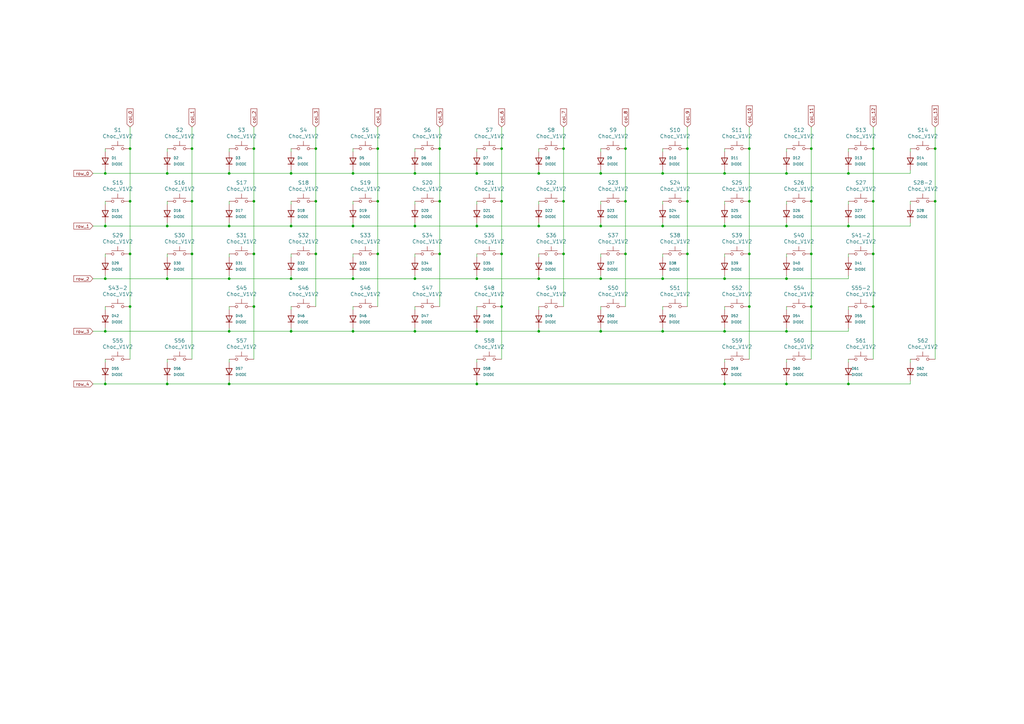
<source format=kicad_sch>
(kicad_sch (version 20250114) (generator "eeschema") (generator_version "9.0")
  (paper "A3")
  (junction (at 154.94 104.14))
  (junction (at 281.94 104.14))
  (junction (at 322.58 157.48))
  (junction (at 78.74 60.96))
  (junction (at 180.34 82.55))
  (junction (at 256.54 60.96))
  (junction (at 347.98 92.71))
  (junction (at 256.54 104.14))
  (junction (at 322.58 114.3))
  (junction (at 53.34 82.55))
  (junction (at 307.34 125.73))
  (junction (at 297.18 114.3))
  (junction (at 53.34 60.96))
  (junction (at 358.14 60.96))
  (junction (at 68.58 71.12))
  (junction (at 297.18 157.48))
  (junction (at 104.14 60.96))
  (junction (at 271.78 135.89))
  (junction (at 119.38 114.3))
  (junction (at 347.98 71.12))
  (junction (at 205.74 125.73))
  (junction (at 93.98 92.71))
  (junction (at 307.34 82.55))
  (junction (at 78.74 82.55))
  (junction (at 154.94 82.55))
  (junction (at 170.18 71.12))
  (junction (at 322.58 71.12))
  (junction (at 129.54 104.14))
  (junction (at 231.14 82.55))
  (junction (at 53.34 104.14))
  (junction (at 205.74 82.55))
  (junction (at 154.94 60.96))
  (junction (at 43.18 114.3))
  (junction (at 256.54 82.55))
  (junction (at 246.38 71.12))
  (junction (at 195.58 114.3))
  (junction (at 205.74 104.14))
  (junction (at 358.14 82.55))
  (junction (at 119.38 135.89))
  (junction (at 129.54 60.96))
  (junction (at 205.74 60.96))
  (junction (at 180.34 60.96))
  (junction (at 383.54 60.96))
  (junction (at 231.14 60.96))
  (junction (at 93.98 135.89))
  (junction (at 195.58 92.71))
  (junction (at 281.94 60.96))
  (junction (at 271.78 71.12))
  (junction (at 104.14 82.55))
  (junction (at 43.18 157.48))
  (junction (at 322.58 92.71))
  (junction (at 271.78 92.71))
  (junction (at 68.58 114.3))
  (junction (at 246.38 135.89))
  (junction (at 129.54 82.55))
  (junction (at 195.58 135.89))
  (junction (at 93.98 114.3))
  (junction (at 297.18 92.71))
  (junction (at 68.58 92.71))
  (junction (at 195.58 157.48))
  (junction (at 271.78 114.3))
  (junction (at 220.98 114.3))
  (junction (at 332.74 60.96))
  (junction (at 43.18 135.89))
  (junction (at 68.58 157.48))
  (junction (at 119.38 92.71))
  (junction (at 347.98 157.48))
  (junction (at 170.18 92.71))
  (junction (at 322.58 135.89))
  (junction (at 358.14 104.14))
  (junction (at 53.34 125.73))
  (junction (at 93.98 71.12))
  (junction (at 170.18 135.89))
  (junction (at 332.74 82.55))
  (junction (at 78.74 104.14))
  (junction (at 144.78 135.89))
  (junction (at 195.58 71.12))
  (junction (at 281.94 82.55))
  (junction (at 332.74 125.73))
  (junction (at 220.98 92.71))
  (junction (at 383.54 82.55))
  (junction (at 104.14 104.14))
  (junction (at 170.18 114.3))
  (junction (at 43.18 71.12))
  (junction (at 43.18 92.71))
  (junction (at 297.18 135.89))
  (junction (at 93.98 157.48))
  (junction (at 144.78 71.12))
  (junction (at 332.74 104.14))
  (junction (at 246.38 114.3))
  (junction (at 180.34 104.14))
  (junction (at 358.14 125.73))
  (junction (at 144.78 92.71))
  (junction (at 297.18 71.12))
  (junction (at 307.34 104.14))
  (junction (at 231.14 104.14))
  (junction (at 307.34 60.96))
  (junction (at 246.38 92.71))
  (junction (at 119.38 71.12))
  (junction (at 220.98 135.89))
  (junction (at 220.98 71.12))
  (junction (at 104.14 125.73))
  (junction (at 144.78 114.3))
  (wire (pts (xy 281.94 82.55) (xy 281.94 104.14)))
  (wire (pts (xy 220.98 135.89) (xy 246.38 135.89)))
  (wire (pts (xy 38.1 71.12) (xy 43.18 71.12)))
  (wire (pts (xy 154.94 52.07) (xy 154.94 60.96)))
  (wire (pts (xy 129.54 104.14) (xy 129.54 125.73)))
  (wire (pts (xy 43.18 104.14) (xy 43.18 105.41)))
  (wire (pts (xy 93.98 82.55) (xy 93.98 83.82)))
  (wire (pts (xy 170.18 134.62) (xy 170.18 135.89)))
  (wire (pts (xy 104.14 52.07) (xy 104.14 60.96)))
  (wire (pts (xy 246.38 71.12) (xy 271.78 71.12)))
  (wire (pts (xy 129.54 52.07) (xy 129.54 60.96)))
  (wire (pts (xy 297.18 157.48) (xy 322.58 157.48)))
  (wire (pts (xy 271.78 60.96) (xy 271.78 62.23)))
  (wire (pts (xy 322.58 157.48) (xy 347.98 157.48)))
  (wire (pts (xy 256.54 82.55) (xy 256.54 104.14)))
  (wire (pts (xy 256.54 104.14) (xy 256.54 125.73)))
  (wire (pts (xy 297.18 60.96) (xy 297.18 62.23)))
  (wire (pts (xy 271.78 135.89) (xy 297.18 135.89)))
  (wire (pts (xy 43.18 157.48) (xy 68.58 157.48)))
  (wire (pts (xy 144.78 91.44) (xy 144.78 92.71)))
  (wire (pts (xy 195.58 125.73) (xy 195.58 127)))
  (wire (pts (xy 170.18 113.03) (xy 170.18 114.3)))
  (wire (pts (xy 373.38 69.85) (xy 373.38 71.12)))
  (wire (pts (xy 347.98 91.44) (xy 347.98 92.71)))
  (wire (pts (xy 297.18 135.89) (xy 322.58 135.89)))
  (wire (pts (xy 170.18 114.3) (xy 195.58 114.3)))
  (wire (pts (xy 347.98 157.48) (xy 373.38 157.48)))
  (wire (pts (xy 205.74 52.07) (xy 205.74 60.96)))
  (wire (pts (xy 307.34 125.73) (xy 307.34 147.32)))
  (wire (pts (xy 297.18 69.85) (xy 297.18 71.12)))
  (wire (pts (xy 195.58 147.32) (xy 195.58 148.59)))
  (wire (pts (xy 43.18 69.85) (xy 43.18 71.12)))
  (wire (pts (xy 358.14 52.07) (xy 358.14 60.96)))
  (wire (pts (xy 332.74 60.96) (xy 332.74 82.55)))
  (wire (pts (xy 281.94 60.96) (xy 281.94 82.55)))
  (wire (pts (xy 347.98 156.21) (xy 347.98 157.48)))
  (wire (pts (xy 68.58 147.32) (xy 68.58 148.59)))
  (wire (pts (xy 68.58 91.44) (xy 68.58 92.71)))
  (wire (pts (xy 373.38 82.55) (xy 373.38 83.82)))
  (wire (pts (xy 231.14 52.07) (xy 231.14 60.96)))
  (wire (pts (xy 104.14 125.73) (xy 104.14 147.32)))
  (wire (pts (xy 322.58 92.71) (xy 347.98 92.71)))
  (wire (pts (xy 68.58 114.3) (xy 93.98 114.3)))
  (wire (pts (xy 78.74 82.55) (xy 78.74 104.14)))
  (wire (pts (xy 246.38 125.73) (xy 246.38 127)))
  (wire (pts (xy 195.58 156.21) (xy 195.58 157.48)))
  (wire (pts (xy 220.98 60.96) (xy 220.98 62.23)))
  (wire (pts (xy 144.78 125.73) (xy 144.78 127)))
  (wire (pts (xy 53.34 104.14) (xy 53.34 125.73)))
  (wire (pts (xy 347.98 69.85) (xy 347.98 71.12)))
  (wire (pts (xy 297.18 125.73) (xy 297.18 127)))
  (wire (pts (xy 195.58 71.12) (xy 220.98 71.12)))
  (wire (pts (xy 43.18 114.3) (xy 68.58 114.3)))
  (wire (pts (xy 68.58 113.03) (xy 68.58 114.3)))
  (wire (pts (xy 271.78 125.73) (xy 271.78 127)))
  (wire (pts (xy 231.14 60.96) (xy 231.14 82.55)))
  (wire (pts (xy 322.58 104.14) (xy 322.58 105.41)))
  (wire (pts (xy 322.58 91.44) (xy 322.58 92.71)))
  (wire (pts (xy 78.74 104.14) (xy 78.74 147.32)))
  (wire (pts (xy 297.18 104.14) (xy 297.18 105.41)))
  (wire (pts (xy 68.58 104.14) (xy 68.58 105.41)))
  (wire (pts (xy 78.74 60.96) (xy 78.74 82.55)))
  (wire (pts (xy 220.98 71.12) (xy 246.38 71.12)))
  (wire (pts (xy 68.58 82.55) (xy 68.58 83.82)))
  (wire (pts (xy 180.34 60.96) (xy 180.34 82.55)))
  (wire (pts (xy 195.58 92.71) (xy 220.98 92.71)))
  (wire (pts (xy 205.74 82.55) (xy 205.74 104.14)))
  (wire (pts (xy 43.18 135.89) (xy 93.98 135.89)))
  (wire (pts (xy 93.98 134.62) (xy 93.98 135.89)))
  (wire (pts (xy 220.98 104.14) (xy 220.98 105.41)))
  (wire (pts (xy 195.58 69.85) (xy 195.58 71.12)))
  (wire (pts (xy 358.14 125.73) (xy 358.14 147.32)))
  (wire (pts (xy 373.38 92.71) (xy 347.98 92.71)))
  (wire (pts (xy 322.58 135.89) (xy 347.98 135.89)))
  (wire (pts (xy 53.34 60.96) (xy 53.34 82.55)))
  (wire (pts (xy 246.38 91.44) (xy 246.38 92.71)))
  (wire (pts (xy 43.18 71.12) (xy 68.58 71.12)))
  (wire (pts (xy 38.1 157.48) (xy 43.18 157.48)))
  (wire (pts (xy 195.58 104.14) (xy 195.58 105.41)))
  (wire (pts (xy 53.34 82.55) (xy 53.34 104.14)))
  (wire (pts (xy 195.58 134.62) (xy 195.58 135.89)))
  (wire (pts (xy 119.38 125.73) (xy 119.38 127)))
  (wire (pts (xy 93.98 71.12) (xy 119.38 71.12)))
  (wire (pts (xy 104.14 60.96) (xy 104.14 82.55)))
  (wire (pts (xy 246.38 69.85) (xy 246.38 71.12)))
  (wire (pts (xy 322.58 82.55) (xy 322.58 83.82)))
  (wire (pts (xy 170.18 60.96) (xy 170.18 62.23)))
  (wire (pts (xy 246.38 104.14) (xy 246.38 105.41)))
  (wire (pts (xy 93.98 135.89) (xy 119.38 135.89)))
  (wire (pts (xy 347.98 147.32) (xy 347.98 148.59)))
  (wire (pts (xy 144.78 134.62) (xy 144.78 135.89)))
  (wire (pts (xy 43.18 147.32) (xy 43.18 148.59)))
  (wire (pts (xy 119.38 69.85) (xy 119.38 71.12)))
  (wire (pts (xy 297.18 134.62) (xy 297.18 135.89)))
  (wire (pts (xy 195.58 60.96) (xy 195.58 62.23)))
  (wire (pts (xy 246.38 60.96) (xy 246.38 62.23)))
  (wire (pts (xy 170.18 135.89) (xy 195.58 135.89)))
  (wire (pts (xy 271.78 82.55) (xy 271.78 83.82)))
  (wire (pts (xy 281.94 52.07) (xy 281.94 60.96)))
  (wire (pts (xy 271.78 114.3) (xy 297.18 114.3)))
  (wire (pts (xy 170.18 125.73) (xy 170.18 127)))
  (wire (pts (xy 144.78 113.03) (xy 144.78 114.3)))
  (wire (pts (xy 307.34 104.14) (xy 307.34 125.73)))
  (wire (pts (xy 307.34 82.55) (xy 307.34 104.14)))
  (wire (pts (xy 322.58 156.21) (xy 322.58 157.48)))
  (wire (pts (xy 144.78 104.14) (xy 144.78 105.41)))
  (wire (pts (xy 347.98 134.62) (xy 347.98 135.89)))
  (wire (pts (xy 205.74 104.14) (xy 205.74 125.73)))
  (wire (pts (xy 220.98 134.62) (xy 220.98 135.89)))
  (wire (pts (xy 104.14 104.14) (xy 104.14 125.73)))
  (wire (pts (xy 119.38 91.44) (xy 119.38 92.71)))
  (wire (pts (xy 93.98 91.44) (xy 93.98 92.71)))
  (wire (pts (xy 246.38 135.89) (xy 271.78 135.89)))
  (wire (pts (xy 297.18 114.3) (xy 322.58 114.3)))
  (wire (pts (xy 231.14 104.14) (xy 231.14 125.73)))
  (wire (pts (xy 104.14 82.55) (xy 104.14 104.14)))
  (wire (pts (xy 373.38 60.96) (xy 373.38 62.23)))
  (wire (pts (xy 332.74 82.55) (xy 332.74 104.14)))
  (wire (pts (xy 297.18 156.21) (xy 297.18 157.48)))
  (wire (pts (xy 43.18 92.71) (xy 68.58 92.71)))
  (wire (pts (xy 43.18 91.44) (xy 43.18 92.71)))
  (wire (pts (xy 78.74 52.07) (xy 78.74 60.96)))
  (wire (pts (xy 347.98 113.03) (xy 347.98 114.3)))
  (wire (pts (xy 144.78 114.3) (xy 170.18 114.3)))
  (wire (pts (xy 347.98 82.55) (xy 347.98 83.82)))
  (wire (pts (xy 93.98 60.96) (xy 93.98 62.23)))
  (wire (pts (xy 220.98 91.44) (xy 220.98 92.71)))
  (wire (pts (xy 180.34 52.07) (xy 180.34 60.96)))
  (wire (pts (xy 373.38 91.44) (xy 373.38 92.71)))
  (wire (pts (xy 129.54 82.55) (xy 129.54 104.14)))
  (wire (pts (xy 358.14 60.96) (xy 358.14 82.55)))
  (wire (pts (xy 271.78 113.03) (xy 271.78 114.3)))
  (wire (pts (xy 322.58 114.3) (xy 347.98 114.3)))
  (wire (pts (xy 144.78 82.55) (xy 144.78 83.82)))
  (wire (pts (xy 154.94 82.55) (xy 154.94 104.14)))
  (wire (pts (xy 195.58 91.44) (xy 195.58 92.71)))
  (wire (pts (xy 322.58 113.03) (xy 322.58 114.3)))
  (wire (pts (xy 332.74 125.73) (xy 332.74 147.32)))
  (wire (pts (xy 195.58 135.89) (xy 220.98 135.89)))
  (wire (pts (xy 220.98 113.03) (xy 220.98 114.3)))
  (wire (pts (xy 129.54 60.96) (xy 129.54 82.55)))
  (wire (pts (xy 297.18 71.12) (xy 322.58 71.12)))
  (wire (pts (xy 322.58 147.32) (xy 322.58 148.59)))
  (wire (pts (xy 220.98 114.3) (xy 246.38 114.3)))
  (wire (pts (xy 170.18 92.71) (xy 195.58 92.71)))
  (wire (pts (xy 93.98 157.48) (xy 195.58 157.48)))
  (wire (pts (xy 307.34 60.96) (xy 307.34 82.55)))
  (wire (pts (xy 271.78 92.71) (xy 297.18 92.71)))
  (wire (pts (xy 119.38 114.3) (xy 144.78 114.3)))
  (wire (pts (xy 246.38 92.71) (xy 271.78 92.71)))
  (wire (pts (xy 68.58 157.48) (xy 93.98 157.48)))
  (wire (pts (xy 93.98 125.73) (xy 93.98 127)))
  (wire (pts (xy 154.94 104.14) (xy 154.94 125.73)))
  (wire (pts (xy 43.18 134.62) (xy 43.18 135.89)))
  (wire (pts (xy 271.78 69.85) (xy 271.78 71.12)))
  (wire (pts (xy 180.34 104.14) (xy 180.34 125.73)))
  (wire (pts (xy 271.78 134.62) (xy 271.78 135.89)))
  (wire (pts (xy 281.94 104.14) (xy 281.94 125.73)))
  (wire (pts (xy 231.14 82.55) (xy 231.14 104.14)))
  (wire (pts (xy 68.58 92.71) (xy 93.98 92.71)))
  (wire (pts (xy 322.58 60.96) (xy 322.58 62.23)))
  (wire (pts (xy 43.18 125.73) (xy 43.18 127)))
  (wire (pts (xy 205.74 125.73) (xy 205.74 147.32)))
  (wire (pts (xy 119.38 71.12) (xy 144.78 71.12)))
  (wire (pts (xy 119.38 82.55) (xy 119.38 83.82)))
  (wire (pts (xy 322.58 69.85) (xy 322.58 71.12)))
  (wire (pts (xy 119.38 92.71) (xy 144.78 92.71)))
  (wire (pts (xy 205.74 60.96) (xy 205.74 82.55)))
  (wire (pts (xy 220.98 92.71) (xy 246.38 92.71)))
  (wire (pts (xy 53.34 125.73) (xy 53.34 147.32)))
  (wire (pts (xy 119.38 60.96) (xy 119.38 62.23)))
  (wire (pts (xy 358.14 104.14) (xy 358.14 125.73)))
  (wire (pts (xy 332.74 104.14) (xy 332.74 125.73)))
  (wire (pts (xy 195.58 82.55) (xy 195.58 83.82)))
  (wire (pts (xy 170.18 91.44) (xy 170.18 92.71)))
  (wire (pts (xy 322.58 134.62) (xy 322.58 135.89)))
  (wire (pts (xy 307.34 52.07) (xy 307.34 60.96)))
  (wire (pts (xy 93.98 104.14) (xy 93.98 105.41)))
  (wire (pts (xy 383.54 82.55) (xy 383.54 147.32)))
  (wire (pts (xy 220.98 82.55) (xy 220.98 83.82)))
  (wire (pts (xy 170.18 104.14) (xy 170.18 105.41)))
  (wire (pts (xy 170.18 69.85) (xy 170.18 71.12)))
  (wire (pts (xy 383.54 60.96) (xy 383.54 82.55)))
  (wire (pts (xy 246.38 82.55) (xy 246.38 83.82)))
  (wire (pts (xy 43.18 156.21) (xy 43.18 157.48)))
  (wire (pts (xy 271.78 71.12) (xy 297.18 71.12)))
  (wire (pts (xy 93.98 113.03) (xy 93.98 114.3)))
  (wire (pts (xy 68.58 156.21) (xy 68.58 157.48)))
  (wire (pts (xy 195.58 113.03) (xy 195.58 114.3)))
  (wire (pts (xy 119.38 135.89) (xy 144.78 135.89)))
  (wire (pts (xy 246.38 113.03) (xy 246.38 114.3)))
  (wire (pts (xy 119.38 104.14) (xy 119.38 105.41)))
  (wire (pts (xy 68.58 71.12) (xy 93.98 71.12)))
  (wire (pts (xy 195.58 157.48) (xy 297.18 157.48)))
  (wire (pts (xy 297.18 82.55) (xy 297.18 83.82)))
  (wire (pts (xy 93.98 156.21) (xy 93.98 157.48)))
  (wire (pts (xy 256.54 52.07) (xy 256.54 60.96)))
  (wire (pts (xy 170.18 71.12) (xy 195.58 71.12)))
  (wire (pts (xy 43.18 60.96) (xy 43.18 62.23)))
  (wire (pts (xy 144.78 69.85) (xy 144.78 71.12)))
  (wire (pts (xy 38.1 92.71) (xy 43.18 92.71)))
  (wire (pts (xy 322.58 125.73) (xy 322.58 127)))
  (wire (pts (xy 322.58 71.12) (xy 347.98 71.12)))
  (wire (pts (xy 347.98 71.12) (xy 373.38 71.12)))
  (wire (pts (xy 246.38 114.3) (xy 271.78 114.3)))
  (wire (pts (xy 144.78 135.89) (xy 170.18 135.89)))
  (wire (pts (xy 347.98 104.14) (xy 347.98 105.41)))
  (wire (pts (xy 93.98 114.3) (xy 119.38 114.3)))
  (wire (pts (xy 297.18 92.71) (xy 322.58 92.71)))
  (wire (pts (xy 256.54 60.96) (xy 256.54 82.55)))
  (wire (pts (xy 144.78 60.96) (xy 144.78 62.23)))
  (wire (pts (xy 119.38 113.03) (xy 119.38 114.3)))
  (wire (pts (xy 220.98 69.85) (xy 220.98 71.12)))
  (wire (pts (xy 53.34 52.07) (xy 53.34 60.96)))
  (wire (pts (xy 93.98 147.32) (xy 93.98 148.59)))
  (wire (pts (xy 154.94 60.96) (xy 154.94 82.55)))
  (wire (pts (xy 297.18 147.32) (xy 297.18 148.59)))
  (wire (pts (xy 93.98 92.71) (xy 119.38 92.71)))
  (wire (pts (xy 347.98 60.96) (xy 347.98 62.23)))
  (wire (pts (xy 220.98 125.73) (xy 220.98 127)))
  (wire (pts (xy 297.18 113.03) (xy 297.18 114.3)))
  (wire (pts (xy 68.58 60.96) (xy 68.58 62.23)))
  (wire (pts (xy 170.18 82.55) (xy 170.18 83.82)))
  (wire (pts (xy 332.74 52.07) (xy 332.74 60.96)))
  (wire (pts (xy 180.34 82.55) (xy 180.34 104.14)))
  (wire (pts (xy 119.38 134.62) (xy 119.38 135.89)))
  (wire (pts (xy 383.54 52.07) (xy 383.54 60.96)))
  (wire (pts (xy 38.1 114.3) (xy 43.18 114.3)))
  (wire (pts (xy 271.78 104.14) (xy 271.78 105.41)))
  (wire (pts (xy 373.38 156.21) (xy 373.38 157.48)))
  (wire (pts (xy 297.18 91.44) (xy 297.18 92.71)))
  (wire (pts (xy 195.58 114.3) (xy 220.98 114.3)))
  (wire (pts (xy 43.18 113.03) (xy 43.18 114.3)))
  (wire (pts (xy 144.78 92.71) (xy 170.18 92.71)))
  (wire (pts (xy 347.98 125.73) (xy 347.98 127)))
  (wire (pts (xy 93.98 69.85) (xy 93.98 71.12)))
  (wire (pts (xy 246.38 134.62) (xy 246.38 135.89)))
  (wire (pts (xy 271.78 91.44) (xy 271.78 92.71)))
  (wire (pts (xy 43.18 82.55) (xy 43.18 83.82)))
  (wire (pts (xy 373.38 147.32) (xy 373.38 148.59)))
  (wire (pts (xy 144.78 71.12) (xy 170.18 71.12)))
  (wire (pts (xy 38.1 135.89) (xy 43.18 135.89)))
  (wire (pts (xy 68.58 69.85) (xy 68.58 71.12)))
  (wire (pts (xy 358.14 82.55) (xy 358.14 104.14)))
  (global_label "row_0" (shape input) (at 38.1 71.12 180) (property "Intersheetrefs" "${INTERSHEET_REFS}" (effects (hide yes))))
  (global_label "col_4" (shape input) (at 154.94 52.07 90) (property "Intersheetrefs" "${INTERSHEET_REFS}" (effects (hide yes))))
  (global_label "col_5" (shape input) (at 180.34 52.07 90) (property "Intersheetrefs" "${INTERSHEET_REFS}" (effects (hide yes))))
  (global_label "col_0" (shape input) (at 53.34 52.07 90) (property "Intersheetrefs" "${INTERSHEET_REFS}" (effects (hide yes))))
  (global_label "col_1" (shape input) (at 78.74 52.07 90) (property "Intersheetrefs" "${INTERSHEET_REFS}" (effects (hide yes))))
  (global_label "col_11" (shape input) (at 332.74 52.07 90) (property "Intersheetrefs" "${INTERSHEET_REFS}" (effects (hide yes))))
  (global_label "row_2" (shape input) (at 38.1 114.3 180) (property "Intersheetrefs" "${INTERSHEET_REFS}" (effects (hide yes))))
  (global_label "col_2" (shape input) (at 104.14 52.07 90) (property "Intersheetrefs" "${INTERSHEET_REFS}" (effects (hide yes))))
  (global_label "col_10" (shape input) (at 307.34 52.07 90) (property "Intersheetrefs" "${INTERSHEET_REFS}" (effects (hide yes))))
  (global_label "col_13" (shape input) (at 383.54 52.07 90) (property "Intersheetrefs" "${INTERSHEET_REFS}" (effects (hide yes))))
  (global_label "col_3" (shape input) (at 129.54 52.07 90) (property "Intersheetrefs" "${INTERSHEET_REFS}" (effects (hide yes))))
  (global_label "col_6" (shape input) (at 205.74 52.07 90) (property "Intersheetrefs" "${INTERSHEET_REFS}" (effects (hide yes))))
  (global_label "col_9" (shape input) (at 281.94 52.07 90) (property "Intersheetrefs" "${INTERSHEET_REFS}" (effects (hide yes))))
  (global_label "col_12" (shape input) (at 358.14 52.07 90) (property "Intersheetrefs" "${INTERSHEET_REFS}" (effects (hide yes))))
  (global_label "row_1" (shape input) (at 38.1 92.71 180) (property "Intersheetrefs" "${INTERSHEET_REFS}" (effects (hide yes))))
  (global_label "row_4" (shape input) (at 38.1 157.48 180) (property "Intersheetrefs" "${INTERSHEET_REFS}" (effects (hide yes))))
  (global_label "col_8" (shape input) (at 256.54 52.07 90) (property "Intersheetrefs" "${INTERSHEET_REFS}" (effects (hide yes))))
  (global_label "col_7" (shape input) (at 231.14 52.07 90) (property "Intersheetrefs" "${INTERSHEET_REFS}" (effects (hide yes))))
  (global_label "row_3" (shape input) (at 38.1 135.89 180) (property "Intersheetrefs" "${INTERSHEET_REFS}" (effects (hide yes))))
  (symbol (lib_id "Device:D") (at 144.78 109.22 90) (unit 1)
    (property "Reference" "D33" (at 147.32 107.9499 90) (effects (font (size 1.016 1.016)) (justify right)))
    (property "Value" "DIODE" (at 147.32 110.4899 90) (effects (font (size 1.016 1.016)) (justify right)))
    (property "Footprint" "Diode_SMD:D_SOD-123" (effects (hide yes)))
    (property "Description" "Diode" (effects (hide yes)))
    (property "Sim.Device" "D" (effects (hide yes)))
    (property "Sim.Pins" "1=K 2=A" (effects (hide yes)))
  )
  (symbol (lib_id "Device:D") (at 246.38 66.04 90) (unit 1)
    (property "Reference" "D9" (at 248.92 64.7699 90) (effects (font (size 1.016 1.016)) (justify right)))
    (property "Value" "DIODE" (at 248.92 67.3099 90) (effects (font (size 1.016 1.016)) (justify right)))
    (property "Footprint" "Diode_SMD:D_SOD-123" (effects (hide yes)))
    (property "Description" "Diode" (effects (hide yes)))
    (property "Sim.Device" "D" (effects (hide yes)))
    (property "Sim.Pins" "1=K 2=A" (effects (hide yes)))
  )
  (symbol (lib_id "Device:D") (at 373.38 152.4 90) (unit 1)
    (property "Reference" "D64" (at 375.92 151.1299 90) (effects (font (size 1.016 1.016)) (justify right)))
    (property "Value" "DIODE" (at 375.92 153.6699 90) (effects (font (size 1.016 1.016)) (justify right)))
    (property "Footprint" "Diode_SMD:D_SOD-123" (effects (hide yes)))
    (property "Description" "Diode" (effects (hide yes)))
    (property "Sim.Device" "D" (effects (hide yes)))
    (property "Sim.Pins" "1=K 2=A" (effects (hide yes)))
    (instances (project "PH60" (path "" (reference "D62") (unit 1))) (project "PH60" (path "" (reference "D64") (unit 1))))
  )
  (symbol (lib_id "Device:D") (at 373.38 66.04 90) (unit 1)
    (property "Reference" "D14" (at 375.92 64.7699 90) (effects (font (size 1.016 1.016)) (justify right)))
    (property "Value" "DIODE" (at 375.92 67.3099 90) (effects (font (size 1.016 1.016)) (justify right)))
    (property "Footprint" "Diode_SMD:D_SOD-123" (effects (hide yes)))
    (property "Description" "Diode" (effects (hide yes)))
    (property "Sim.Device" "D" (effects (hide yes)))
    (property "Sim.Pins" "1=K 2=A" (effects (hide yes)))
  )
  (symbol (lib_id "Switch:SW_Push") (at 251.46 60.96 0) (mirror y) (unit 1)
    (property "Reference" "S9" (at 251.46 53.34 0) (effects (font (size 1.524 1.524))))
    (property "Value" "Choc_V1V2" (at 251.46 55.88 0) (effects (font (size 1.524 1.524))))
    (property "Footprint" "PCM_Switch_Keyboard_Hotswap_Kailh:SW_Hotswap_Kailh_Choc_V1V2_Plated_1.00u" (effects (hide yes)))
    (property "Description" "Push button switch, generic, two pins" (effects (hide yes)))
  )
  (symbol (lib_id "Switch:SW_Push") (at 149.86 125.73 0) (mirror y) (unit 1)
    (property "Reference" "S47" (at 149.86 118.11 0) (effects (font (size 1.524 1.524))))
    (property "Value" "Choc_V1V2" (at 149.86 120.65 0) (effects (font (size 1.524 1.524))))
    (property "Footprint" "PCM_Switch_Keyboard_Hotswap_Kailh:SW_Hotswap_Kailh_Choc_V1V2_Plated_1.00u" (effects (hide yes)))
    (property "Description" "Push button switch, generic, two pins" (effects (hide yes)))
    (instances (project "PH60" (path "" (reference "S46") (unit 1))) (project "PH60" (path "" (reference "S47") (unit 1))))
  )
  (symbol (lib_id "Device:D") (at 68.58 152.4 90) (unit 1)
    (property "Reference" "D58" (at 71.12 151.1299 90) (effects (font (size 1.016 1.016)) (justify right)))
    (property "Value" "DIODE" (at 71.12 153.6699 90) (effects (font (size 1.016 1.016)) (justify right)))
    (property "Footprint" "Diode_SMD:D_SOD-123" (effects (hide yes)))
    (property "Description" "Diode" (effects (hide yes)))
    (property "Sim.Device" "D" (effects (hide yes)))
    (property "Sim.Pins" "1=K 2=A" (effects (hide yes)))
    (instances (project "PH60" (path "" (reference "D56") (unit 1))) (project "PH60" (path "" (reference "D58") (unit 1))))
  )
  (symbol (lib_id "Switch:SW_Push") (at 378.46 60.96 0) (mirror y) (unit 1)
    (property "Reference" "S14" (at 378.46 53.34 0) (effects (font (size 1.524 1.524))))
    (property "Value" "Choc_V1V2" (at 378.46 55.88 0) (effects (font (size 1.524 1.524))))
    (property "Footprint" "PCM_Switch_Keyboard_Hotswap_Kailh:SW_Hotswap_Kailh_Choc_V1V2_Plated_2.00u" (effects (hide yes)))
    (property "Description" "Push button switch, generic, two pins" (effects (hide yes)))
  )
  (symbol (lib_id "Switch:SW_Push") (at 73.66 60.96 0) (mirror y) (unit 1)
    (property "Reference" "S2" (at 73.66 53.34 0) (effects (font (size 1.524 1.524))))
    (property "Value" "Choc_V1V2" (at 73.66 55.88 0) (effects (font (size 1.524 1.524))))
    (property "Footprint" "PCM_Switch_Keyboard_Hotswap_Kailh:SW_Hotswap_Kailh_Choc_V1V2_Plated_1.00u" (effects (hide yes)))
    (property "Description" "Push button switch, generic, two pins" (effects (hide yes)))
  )
  (symbol (lib_id "Switch:SW_Push") (at 200.66 60.96 0) (mirror y) (unit 1)
    (property "Reference" "S7" (at 200.66 53.34 0) (effects (font (size 1.524 1.524))))
    (property "Value" "Choc_V1V2" (at 200.66 55.88 0) (effects (font (size 1.524 1.524))))
    (property "Footprint" "PCM_Switch_Keyboard_Hotswap_Kailh:SW_Hotswap_Kailh_Choc_V1V2_Plated_1.00u" (effects (hide yes)))
    (property "Description" "Push button switch, generic, two pins" (effects (hide yes)))
  )
  (symbol (lib_id "Device:D") (at 43.18 130.81 90) (unit 1)
    (property "Reference" "D43" (at 45.72 129.5399 90) (effects (font (size 1.016 1.016)) (justify right)))
    (property "Value" "DIODE" (at 45.72 132.0799 90) (effects (font (size 1.016 1.016)) (justify right)))
    (property "Footprint" "Diode_SMD:D_SOD-123" (effects (hide yes)))
    (property "Description" "Diode" (effects (hide yes)))
    (property "Sim.Device" "D" (effects (hide yes)))
    (property "Sim.Pins" "1=K 2=A" (effects (hide yes)))
    (instances (project "PH60" (path "" (reference "D42") (unit 1))) (project "PH60" (path "" (reference "D43") (unit 1))))
  )
  (symbol (lib_id "Switch:SW_Push") (at 73.66 82.55 0) (mirror y) (unit 1)
    (property "Reference" "S16" (at 73.66 74.93 0) (effects (font (size 1.524 1.524))))
    (property "Value" "Choc_V1V2" (at 73.66 77.47 0) (effects (font (size 1.524 1.524))))
    (property "Footprint" "PCM_Switch_Keyboard_Hotswap_Kailh:SW_Hotswap_Kailh_Choc_V1V2_Plated_1.00u" (effects (hide yes)))
    (property "Description" "Push button switch, generic, two pins" (effects (hide yes)))
  )
  (symbol (lib_id "Switch:SW_Push") (at 353.06 125.73 0) (mirror y) (unit 1)
    (property "Reference" "S55-2" (at 353.06 118.11 0) (effects (font (size 1.524 1.524))))
    (property "Value" "Choc_V1V2" (at 353.06 120.65 0) (effects (font (size 1.524 1.524))))
    (property "Footprint" "PCM_Switch_Keyboard_Hotswap_Kailh:SW_Hotswap_Kailh_Choc_V1V2_Plated_2.75u" (effects (hide yes)))
    (property "Description" "Push button switch, generic, two pins" (effects (hide yes)))
  )
  (symbol (lib_id "Device:D") (at 322.58 152.4 90) (unit 1)
    (property "Reference" "D62" (at 325.12 151.1299 90) (effects (font (size 1.016 1.016)) (justify right)))
    (property "Value" "DIODE" (at 325.12 153.6699 90) (effects (font (size 1.016 1.016)) (justify right)))
    (property "Footprint" "Diode_SMD:D_SOD-123" (effects (hide yes)))
    (property "Description" "Diode" (effects (hide yes)))
    (property "Sim.Device" "D" (effects (hide yes)))
    (property "Sim.Pins" "1=K 2=A" (effects (hide yes)))
    (instances (project "PH60" (path "" (reference "D60") (unit 1))) (project "PH60" (path "" (reference "D62") (unit 1))))
  )
  (symbol (lib_id "Device:D") (at 195.58 152.4 90) (unit 1)
    (property "Reference" "D60" (at 198.12 151.1299 90) (effects (font (size 1.016 1.016)) (justify right)))
    (property "Value" "DIODE" (at 198.12 153.6699 90) (effects (font (size 1.016 1.016)) (justify right)))
    (property "Footprint" "Diode_SMD:D_SOD-123" (effects (hide yes)))
    (property "Description" "Diode" (effects (hide yes)))
    (property "Sim.Device" "D" (effects (hide yes)))
    (property "Sim.Pins" "1=K 2=A" (effects (hide yes)))
    (instances (project "PH60" (path "" (reference "D58") (unit 1))) (project "PH60" (path "" (reference "D60") (unit 1))))
  )
  (symbol (lib_id "Switch:SW_Push") (at 327.66 104.14 0) (mirror y) (unit 1)
    (property "Reference" "S40" (at 327.66 96.52 0) (effects (font (size 1.524 1.524))))
    (property "Value" "Choc_V1V2" (at 327.66 99.06 0) (effects (font (size 1.524 1.524))))
    (property "Footprint" "PCM_Switch_Keyboard_Hotswap_Kailh:SW_Hotswap_Kailh_Choc_V1V2_Plated_1.00u" (effects (hide yes)))
    (property "Description" "Push button switch, generic, two pins" (effects (hide yes)))
  )
  (symbol (lib_id "Device:D") (at 271.78 130.81 90) (unit 1)
    (property "Reference" "D52" (at 274.32 129.5399 90) (effects (font (size 1.016 1.016)) (justify right)))
    (property "Value" "DIODE" (at 274.32 132.0799 90) (effects (font (size 1.016 1.016)) (justify right)))
    (property "Footprint" "Diode_SMD:D_SOD-123" (effects (hide yes)))
    (property "Description" "Diode" (effects (hide yes)))
    (property "Sim.Device" "D" (effects (hide yes)))
    (property "Sim.Pins" "1=K 2=A" (effects (hide yes)))
    (instances (project "PH60" (path "" (reference "D51") (unit 1))) (project "PH60" (path "" (reference "D52") (unit 1))))
  )
  (symbol (lib_id "Device:D") (at 195.58 109.22 90) (unit 1)
    (property "Reference" "D35" (at 198.12 107.9499 90) (effects (font (size 1.016 1.016)) (justify right)))
    (property "Value" "DIODE" (at 198.12 110.4899 90) (effects (font (size 1.016 1.016)) (justify right)))
    (property "Footprint" "Diode_SMD:D_SOD-123" (effects (hide yes)))
    (property "Description" "Diode" (effects (hide yes)))
    (property "Sim.Device" "D" (effects (hide yes)))
    (property "Sim.Pins" "1=K 2=A" (effects (hide yes)))
  )
  (symbol (lib_id "Device:D") (at 170.18 130.81 90) (unit 1)
    (property "Reference" "D48" (at 172.72 129.5399 90) (effects (font (size 1.016 1.016)) (justify right)))
    (property "Value" "DIODE" (at 172.72 132.0799 90) (effects (font (size 1.016 1.016)) (justify right)))
    (property "Footprint" "Diode_SMD:D_SOD-123" (effects (hide yes)))
    (property "Description" "Diode" (effects (hide yes)))
    (property "Sim.Device" "D" (effects (hide yes)))
    (property "Sim.Pins" "1=K 2=A" (effects (hide yes)))
    (instances (project "PH60" (path "" (reference "D47") (unit 1))) (project "PH60" (path "" (reference "D48") (unit 1))))
  )
  (symbol (lib_id "Switch:SW_Push") (at 353.06 60.96 0) (mirror y) (unit 1)
    (property "Reference" "S13" (at 353.06 53.34 0) (effects (font (size 1.524 1.524))))
    (property "Value" "Choc_V1V2" (at 353.06 55.88 0) (effects (font (size 1.524 1.524))))
    (property "Footprint" "PCM_Switch_Keyboard_Hotswap_Kailh:SW_Hotswap_Kailh_Choc_V1V2_Plated_1.00u" (effects (hide yes)))
    (property "Description" "Push button switch, generic, two pins" (effects (hide yes)))
  )
  (symbol (lib_id "Switch:SW_Push") (at 251.46 82.55 0) (mirror y) (unit 1)
    (property "Reference" "S23" (at 251.46 74.93 0) (effects (font (size 1.524 1.524))))
    (property "Value" "Choc_V1V2" (at 251.46 77.47 0) (effects (font (size 1.524 1.524))))
    (property "Footprint" "PCM_Switch_Keyboard_Hotswap_Kailh:SW_Hotswap_Kailh_Choc_V1V2_Plated_1.00u" (effects (hide yes)))
    (property "Description" "Push button switch, generic, two pins" (effects (hide yes)))
  )
  (symbol (lib_id "Device:D") (at 119.38 87.63 90) (unit 1)
    (property "Reference" "D18" (at 121.92 86.3599 90) (effects (font (size 1.016 1.016)) (justify right)))
    (property "Value" "DIODE" (at 121.92 88.8999 90) (effects (font (size 1.016 1.016)) (justify right)))
    (property "Footprint" "Diode_SMD:D_SOD-123" (effects (hide yes)))
    (property "Description" "Diode" (effects (hide yes)))
    (property "Sim.Device" "D" (effects (hide yes)))
    (property "Sim.Pins" "1=K 2=A" (effects (hide yes)))
  )
  (symbol (lib_id "Device:D") (at 93.98 66.04 90) (unit 1)
    (property "Reference" "D3" (at 96.52 64.7699 90) (effects (font (size 1.016 1.016)) (justify right)))
    (property "Value" "DIODE" (at 96.52 67.3099 90) (effects (font (size 1.016 1.016)) (justify right)))
    (property "Footprint" "Diode_SMD:D_SOD-123" (effects (hide yes)))
    (property "Description" "Diode" (effects (hide yes)))
    (property "Sim.Device" "D" (effects (hide yes)))
    (property "Sim.Pins" "1=K 2=A" (effects (hide yes)))
  )
  (symbol (lib_id "Device:D") (at 271.78 87.63 90) (unit 1)
    (property "Reference" "D24" (at 274.32 86.3599 90) (effects (font (size 1.016 1.016)) (justify right)))
    (property "Value" "DIODE" (at 274.32 88.8999 90) (effects (font (size 1.016 1.016)) (justify right)))
    (property "Footprint" "Diode_SMD:D_SOD-123" (effects (hide yes)))
    (property "Description" "Diode" (effects (hide yes)))
    (property "Sim.Device" "D" (effects (hide yes)))
    (property "Sim.Pins" "1=K 2=A" (effects (hide yes)))
  )
  (symbol (lib_id "Device:D") (at 43.18 66.04 90) (unit 1)
    (property "Reference" "D1" (at 45.72 64.7699 90) (effects (font (size 1.016 1.016)) (justify right)))
    (property "Value" "DIODE" (at 45.72 67.3099 90) (effects (font (size 1.016 1.016)) (justify right)))
    (property "Footprint" "Diode_SMD:D_SOD-123" (effects (hide yes)))
    (property "Description" "Diode" (effects (hide yes)))
    (property "Sim.Device" "D" (effects (hide yes)))
    (property "Sim.Pins" "1=K 2=A" (effects (hide yes)))
  )
  (symbol (lib_id "Switch:SW_Push") (at 378.46 82.55 0) (mirror y) (unit 1)
    (property "Reference" "S28-2" (at 378.46 74.93 0) (effects (font (size 1.524 1.524))))
    (property "Value" "Choc_V1V2" (at 378.46 77.47 0) (effects (font (size 1.524 1.524))))
    (property "Footprint" "PCM_Switch_Keyboard_Hotswap_Kailh:SW_Hotswap_Kailh_Choc_V1V2_Plated_1.50u" (effects (hide yes)))
    (property "Description" "Push button switch, generic, two pins" (effects (hide yes)))
  )
  (symbol (lib_id "Switch:SW_Push") (at 200.66 147.32 0) (mirror y) (unit 1)
    (property "Reference" "S60" (at 200.66 139.7 0) (effects (font (size 1.524 1.524))))
    (property "Value" "Choc_V1V2" (at 200.66 142.24 0) (effects (font (size 1.524 1.524))))
    (property "Footprint" "PCM_Switch_Keyboard_Hotswap_Kailh:SW_Hotswap_Kailh_Choc_V1V2_Plated_6.25u" (effects (hide yes)))
    (property "Description" "Push button switch, generic, two pins" (effects (hide yes)))
    (instances (project "PH60" (path "" (reference "S58") (unit 1))) (project "PH60" (path "" (reference "S60") (unit 1))))
  )
  (symbol (lib_id "Device:D") (at 68.58 109.22 90) (unit 1)
    (property "Reference" "D30" (at 71.12 107.9499 90) (effects (font (size 1.016 1.016)) (justify right)))
    (property "Value" "DIODE" (at 71.12 110.4899 90) (effects (font (size 1.016 1.016)) (justify right)))
    (property "Footprint" "Diode_SMD:D_SOD-123" (effects (hide yes)))
    (property "Description" "Diode" (effects (hide yes)))
    (property "Sim.Device" "D" (effects (hide yes)))
    (property "Sim.Pins" "1=K 2=A" (effects (hide yes)))
  )
  (symbol (lib_id "Device:D") (at 297.18 66.04 90) (unit 1)
    (property "Reference" "D11" (at 299.72 64.7699 90) (effects (font (size 1.016 1.016)) (justify right)))
    (property "Value" "DIODE" (at 299.72 67.3099 90) (effects (font (size 1.016 1.016)) (justify right)))
    (property "Footprint" "Diode_SMD:D_SOD-123" (effects (hide yes)))
    (property "Description" "Diode" (effects (hide yes)))
    (property "Sim.Device" "D" (effects (hide yes)))
    (property "Sim.Pins" "1=K 2=A" (effects (hide yes)))
  )
  (symbol (lib_id "Switch:SW_Push") (at 276.86 82.55 0) (mirror y) (unit 1)
    (property "Reference" "S24" (at 276.86 74.93 0) (effects (font (size 1.524 1.524))))
    (property "Value" "Choc_V1V2" (at 276.86 77.47 0) (effects (font (size 1.524 1.524))))
    (property "Footprint" "PCM_Switch_Keyboard_Hotswap_Kailh:SW_Hotswap_Kailh_Choc_V1V2_Plated_1.00u" (effects (hide yes)))
    (property "Description" "Push button switch, generic, two pins" (effects (hide yes)))
  )
  (symbol (lib_id "Device:D") (at 119.38 66.04 90) (unit 1)
    (property "Reference" "D4" (at 121.92 64.7699 90) (effects (font (size 1.016 1.016)) (justify right)))
    (property "Value" "DIODE" (at 121.92 67.3099 90) (effects (font (size 1.016 1.016)) (justify right)))
    (property "Footprint" "Diode_SMD:D_SOD-123" (effects (hide yes)))
    (property "Description" "Diode" (effects (hide yes)))
    (property "Sim.Device" "D" (effects (hide yes)))
    (property "Sim.Pins" "1=K 2=A" (effects (hide yes)))
  )
  (symbol (lib_id "Switch:SW_Push") (at 99.06 147.32 0) (mirror y) (unit 1)
    (property "Reference" "S59" (at 99.06 139.7 0) (effects (font (size 1.524 1.524))))
    (property "Value" "Choc_V1V2" (at 99.06 142.24 0) (effects (font (size 1.524 1.524))))
    (property "Footprint" "PCM_Switch_Keyboard_Hotswap_Kailh:SW_Hotswap_Kailh_Choc_V1V2_Plated_1.25u" (effects (hide yes)))
    (property "Description" "Push button switch, generic, two pins" (effects (hide yes)))
    (instances (project "PH60" (path "" (reference "S57") (unit 1))) (project "PH60" (path "" (reference "S59") (unit 1))))
  )
  (symbol (lib_id "Switch:SW_Push") (at 124.46 104.14 0) (mirror y) (unit 1)
    (property "Reference" "S32" (at 124.46 96.52 0) (effects (font (size 1.524 1.524))))
    (property "Value" "Choc_V1V2" (at 124.46 99.06 0) (effects (font (size 1.524 1.524))))
    (property "Footprint" "PCM_Switch_Keyboard_Hotswap_Kailh:SW_Hotswap_Kailh_Choc_V1V2_Plated_1.00u" (effects (hide yes)))
    (property "Description" "Push button switch, generic, two pins" (effects (hide yes)))
  )
  (symbol (lib_id "Switch:SW_Push") (at 149.86 104.14 0) (mirror y) (unit 1)
    (property "Reference" "S33" (at 149.86 96.52 0) (effects (font (size 1.524 1.524))))
    (property "Value" "Choc_V1V2" (at 149.86 99.06 0) (effects (font (size 1.524 1.524))))
    (property "Footprint" "PCM_Switch_Keyboard_Hotswap_Kailh:SW_Hotswap_Kailh_Choc_V1V2_Plated_1.00u" (effects (hide yes)))
    (property "Description" "Push button switch, generic, two pins" (effects (hide yes)))
  )
  (symbol (lib_id "Device:D") (at 373.38 87.63 90) (unit 1)
    (property "Reference" "D28" (at 375.92 86.3599 90) (effects (font (size 1.016 1.016)) (justify right)))
    (property "Value" "DIODE" (at 375.92 88.8999 90) (effects (font (size 1.016 1.016)) (justify right)))
    (property "Footprint" "Diode_SMD:D_SOD-123" (effects (hide yes)))
    (property "Description" "Diode" (effects (hide yes)))
    (property "Sim.Device" "D" (effects (hide yes)))
    (property "Sim.Pins" "1=K 2=A" (effects (hide yes)))
  )
  (symbol (lib_id "Device:D") (at 347.98 152.4 90) (unit 1)
    (property "Reference" "D63" (at 349.25 151.1299 90) (effects (font (size 1.016 1.016)) (justify right)))
    (property "Value" "DIODE" (at 349.25 153.6699 90) (effects (font (size 1.016 1.016)) (justify right)))
    (property "Footprint" "Diode_SMD:D_SOD-123" (effects (hide yes)))
    (property "Description" "Diode" (effects (hide yes)))
    (property "Sim.Device" "D" (effects (hide yes)))
    (property "Sim.Pins" "1=K 2=A" (effects (hide yes)))
    (instances (project "PH60" (path "" (reference "D61") (unit 1))) (project "PH60" (path "" (reference "D63") (unit 1))))
  )
  (symbol (lib_id "Switch:SW_Push") (at 302.26 82.55 0) (mirror y) (unit 1)
    (property "Reference" "S25" (at 302.26 74.93 0) (effects (font (size 1.524 1.524))))
    (property "Value" "Choc_V1V2" (at 302.26 77.47 0) (effects (font (size 1.524 1.524))))
    (property "Footprint" "PCM_Switch_Keyboard_Hotswap_Kailh:SW_Hotswap_Kailh_Choc_V1V2_Plated_1.00u" (effects (hide yes)))
    (property "Description" "Push button switch, generic, two pins" (effects (hide yes)))
  )
  (symbol (lib_id "Switch:SW_Push") (at 353.06 147.32 0) (mirror y) (unit 1)
    (property "Reference" "S63" (at 353.06 139.7 0) (effects (font (size 1.524 1.524))))
    (property "Value" "Choc_V1V2" (at 353.06 142.24 0) (effects (font (size 1.524 1.524))))
    (property "Footprint" "PCM_Switch_Keyboard_Hotswap_Kailh:SW_Hotswap_Kailh_Choc_V1V2_Plated_1.25u" (effects (hide yes)))
    (property "Description" "Push button switch, generic, two pins" (effects (hide yes)))
    (instances (project "PH60" (path "" (reference "S61") (unit 1))) (project "PH60" (path "" (reference "S63") (unit 1))))
  )
  (symbol (lib_id "Device:D") (at 43.18 87.63 90) (unit 1)
    (property "Reference" "D15" (at 45.72 86.3599 90) (effects (font (size 1.016 1.016)) (justify right)))
    (property "Value" "DIODE" (at 45.72 88.8999 90) (effects (font (size 1.016 1.016)) (justify right)))
    (property "Footprint" "Diode_SMD:D_SOD-123" (effects (hide yes)))
    (property "Description" "Diode" (effects (hide yes)))
    (property "Sim.Device" "D" (effects (hide yes)))
    (property "Sim.Pins" "1=K 2=A" (effects (hide yes)))
  )
  (symbol (lib_id "Switch:SW_Push") (at 302.26 104.14 0) (mirror y) (unit 1)
    (property "Reference" "S39" (at 302.26 96.52 0) (effects (font (size 1.524 1.524))))
    (property "Value" "Choc_V1V2" (at 302.26 99.06 0) (effects (font (size 1.524 1.524))))
    (property "Footprint" "PCM_Switch_Keyboard_Hotswap_Kailh:SW_Hotswap_Kailh_Choc_V1V2_Plated_1.00u" (effects (hide yes)))
    (property "Description" "Push button switch, generic, two pins" (effects (hide yes)))
  )
  (symbol (lib_id "Switch:SW_Push") (at 200.66 104.14 0) (mirror y) (unit 1)
    (property "Reference" "S35" (at 200.66 96.52 0) (effects (font (size 1.524 1.524))))
    (property "Value" "Choc_V1V2" (at 200.66 99.06 0) (effects (font (size 1.524 1.524))))
    (property "Footprint" "PCM_Switch_Keyboard_Hotswap_Kailh:SW_Hotswap_Kailh_Choc_V1V2_Plated_1.00u" (effects (hide yes)))
    (property "Description" "Push button switch, generic, two pins" (effects (hide yes)))
  )
  (symbol (lib_id "Switch:SW_Push") (at 226.06 60.96 0) (mirror y) (unit 1)
    (property "Reference" "S8" (at 226.06 53.34 0) (effects (font (size 1.524 1.524))))
    (property "Value" "Choc_V1V2" (at 226.06 55.88 0) (effects (font (size 1.524 1.524))))
    (property "Footprint" "PCM_Switch_Keyboard_Hotswap_Kailh:SW_Hotswap_Kailh_Choc_V1V2_Plated_1.00u" (effects (hide yes)))
    (property "Description" "Push button switch, generic, two pins" (effects (hide yes)))
  )
  (symbol (lib_id "Device:D") (at 220.98 130.81 90) (unit 1)
    (property "Reference" "D50" (at 223.52 129.5399 90) (effects (font (size 1.016 1.016)) (justify right)))
    (property "Value" "DIODE" (at 223.52 132.0799 90) (effects (font (size 1.016 1.016)) (justify right)))
    (property "Footprint" "Diode_SMD:D_SOD-123" (effects (hide yes)))
    (property "Description" "Diode" (effects (hide yes)))
    (property "Sim.Device" "D" (effects (hide yes)))
    (property "Sim.Pins" "1=K 2=A" (effects (hide yes)))
    (instances (project "PH60" (path "" (reference "D49") (unit 1))) (project "PH60" (path "" (reference "D50") (unit 1))))
  )
  (symbol (lib_id "Switch:SW_Push") (at 276.86 125.73 0) (mirror y) (unit 1)
    (property "Reference" "S52" (at 276.86 118.11 0) (effects (font (size 1.524 1.524))))
    (property "Value" "Choc_V1V2" (at 276.86 120.65 0) (effects (font (size 1.524 1.524))))
    (property "Footprint" "PCM_Switch_Keyboard_Hotswap_Kailh:SW_Hotswap_Kailh_Choc_V1V2_Plated_1.00u" (effects (hide yes)))
    (property "Description" "Push button switch, generic, two pins" (effects (hide yes)))
    (instances (project "PH60" (path "" (reference "S51") (unit 1))) (project "PH60" (path "" (reference "S52") (unit 1))))
  )
  (symbol (lib_id "Device:D") (at 220.98 66.04 90) (unit 1)
    (property "Reference" "D8" (at 223.52 64.7699 90) (effects (font (size 1.016 1.016)) (justify right)))
    (property "Value" "DIODE" (at 223.52 67.3099 90) (effects (font (size 1.016 1.016)) (justify right)))
    (property "Footprint" "Diode_SMD:D_SOD-123" (effects (hide yes)))
    (property "Description" "Diode" (effects (hide yes)))
    (property "Sim.Device" "D" (effects (hide yes)))
    (property "Sim.Pins" "1=K 2=A" (effects (hide yes)))
  )
  (symbol (lib_id "Switch:SW_Push") (at 48.26 60.96 0) (mirror y) (unit 1)
    (property "Reference" "S1" (at 48.26 53.34 0) (effects (font (size 1.524 1.524))))
    (property "Value" "Choc_V1V2" (at 48.26 55.88 0) (effects (font (size 1.524 1.524))))
    (property "Footprint" "PCM_Switch_Keyboard_Hotswap_Kailh:SW_Hotswap_Kailh_Choc_V1V2_Plated_1.00u" (effects (hide yes)))
    (property "Description" "Push button switch, generic, two pins" (effects (hide yes)))
  )
  (symbol (lib_id "Device:D") (at 119.38 109.22 90) (unit 1)
    (property "Reference" "D32" (at 121.92 107.9499 90) (effects (font (size 1.016 1.016)) (justify right)))
    (property "Value" "DIODE" (at 121.92 110.4899 90) (effects (font (size 1.016 1.016)) (justify right)))
    (property "Footprint" "Diode_SMD:D_SOD-123" (effects (hide yes)))
    (property "Description" "Diode" (effects (hide yes)))
    (property "Sim.Device" "D" (effects (hide yes)))
    (property "Sim.Pins" "1=K 2=A" (effects (hide yes)))
  )
  (symbol (lib_id "Device:D") (at 297.18 130.81 90) (unit 1)
    (property "Reference" "D53" (at 299.72 129.5399 90) (effects (font (size 1.016 1.016)) (justify right)))
    (property "Value" "DIODE" (at 299.72 132.0799 90) (effects (font (size 1.016 1.016)) (justify right)))
    (property "Footprint" "Diode_SMD:D_SOD-123" (effects (hide yes)))
    (property "Description" "Diode" (effects (hide yes)))
    (property "Sim.Device" "D" (effects (hide yes)))
    (property "Sim.Pins" "1=K 2=A" (effects (hide yes)))
    (instances (project "PH60" (path "" (reference "D52") (unit 1))) (project "PH60" (path "" (reference "D53") (unit 1))))
  )
  (symbol (lib_id "Device:D") (at 144.78 87.63 90) (unit 1)
    (property "Reference" "D19" (at 147.32 86.3599 90) (effects (font (size 1.016 1.016)) (justify right)))
    (property "Value" "DIODE" (at 147.32 88.8999 90) (effects (font (size 1.016 1.016)) (justify right)))
    (property "Footprint" "Diode_SMD:D_SOD-123" (effects (hide yes)))
    (property "Description" "Diode" (effects (hide yes)))
    (property "Sim.Device" "D" (effects (hide yes)))
    (property "Sim.Pins" "1=K 2=A" (effects (hide yes)))
  )
  (symbol (lib_id "Device:D") (at 246.38 130.81 90) (unit 1)
    (property "Reference" "D51" (at 248.92 129.5399 90) (effects (font (size 1.016 1.016)) (justify right)))
    (property "Value" "DIODE" (at 248.92 132.0799 90) (effects (font (size 1.016 1.016)) (justify right)))
    (property "Footprint" "Diode_SMD:D_SOD-123" (effects (hide yes)))
    (property "Description" "Diode" (effects (hide yes)))
    (property "Sim.Device" "D" (effects (hide yes)))
    (property "Sim.Pins" "1=K 2=A" (effects (hide yes)))
    (instances (project "PH60" (path "" (reference "D50") (unit 1))) (project "PH60" (path "" (reference "D51") (unit 1))))
  )
  (symbol (lib_id "Switch:SW_Push") (at 251.46 125.73 0) (mirror y) (unit 1)
    (property "Reference" "S51" (at 251.46 118.11 0) (effects (font (size 1.524 1.524))))
    (property "Value" "Choc_V1V2" (at 251.46 120.65 0) (effects (font (size 1.524 1.524))))
    (property "Footprint" "PCM_Switch_Keyboard_Hotswap_Kailh:SW_Hotswap_Kailh_Choc_V1V2_Plated_1.00u" (effects (hide yes)))
    (property "Description" "Push button switch, generic, two pins" (effects (hide yes)))
    (instances (project "PH60" (path "" (reference "S50") (unit 1))) (project "PH60" (path "" (reference "S51") (unit 1))))
  )
  (symbol (lib_id "Device:D") (at 297.18 152.4 90) (unit 1)
    (property "Reference" "D61" (at 299.72 151.1299 90) (effects (font (size 1.016 1.016)) (justify right)))
    (property "Value" "DIODE" (at 299.72 153.6699 90) (effects (font (size 1.016 1.016)) (justify right)))
    (property "Footprint" "Diode_SMD:D_SOD-123" (effects (hide yes)))
    (property "Description" "Diode" (effects (hide yes)))
    (property "Sim.Device" "D" (effects (hide yes)))
    (property "Sim.Pins" "1=K 2=A" (effects (hide yes)))
    (instances (project "PH60" (path "" (reference "D59") (unit 1))) (project "PH60" (path "" (reference "D61") (unit 1))))
  )
  (symbol (lib_id "Switch:SW_Push") (at 124.46 60.96 0) (mirror y) (unit 1)
    (property "Reference" "S4" (at 124.46 53.34 0) (effects (font (size 1.524 1.524))))
    (property "Value" "Choc_V1V2" (at 124.46 55.88 0) (effects (font (size 1.524 1.524))))
    (property "Footprint" "PCM_Switch_Keyboard_Hotswap_Kailh:SW_Hotswap_Kailh_Choc_V1V2_Plated_1.00u" (effects (hide yes)))
    (property "Description" "Push button switch, generic, two pins" (effects (hide yes)))
  )
  (symbol (lib_id "Switch:SW_Push") (at 200.66 82.55 0) (mirror y) (unit 1)
    (property "Reference" "S21" (at 200.66 74.93 0) (effects (font (size 1.524 1.524))))
    (property "Value" "Choc_V1V2" (at 200.66 77.47 0) (effects (font (size 1.524 1.524))))
    (property "Footprint" "PCM_Switch_Keyboard_Hotswap_Kailh:SW_Hotswap_Kailh_Choc_V1V2_Plated_1.00u" (effects (hide yes)))
    (property "Description" "Push button switch, generic, two pins" (effects (hide yes)))
  )
  (symbol (lib_id "Device:D") (at 220.98 87.63 90) (unit 1)
    (property "Reference" "D22" (at 223.52 86.3599 90) (effects (font (size 1.016 1.016)) (justify right)))
    (property "Value" "DIODE" (at 223.52 88.8999 90) (effects (font (size 1.016 1.016)) (justify right)))
    (property "Footprint" "Diode_SMD:D_SOD-123" (effects (hide yes)))
    (property "Description" "Diode" (effects (hide yes)))
    (property "Sim.Device" "D" (effects (hide yes)))
    (property "Sim.Pins" "1=K 2=A" (effects (hide yes)))
  )
  (symbol (lib_id "Switch:SW_Push") (at 302.26 147.32 0) (mirror y) (unit 1)
    (property "Reference" "S61" (at 302.26 139.7 0) (effects (font (size 1.524 1.524))))
    (property "Value" "Choc_V1V2" (at 302.26 142.24 0) (effects (font (size 1.524 1.524))))
    (property "Footprint" "PCM_Switch_Keyboard_Hotswap_Kailh:SW_Hotswap_Kailh_Choc_V1V2_Plated_1.25u" (effects (hide yes)))
    (property "Description" "Push button switch, generic, two pins" (effects (hide yes)))
    (instances (project "PH60" (path "" (reference "S59") (unit 1))) (project "PH60" (path "" (reference "S61") (unit 1))))
  )
  (symbol (lib_id "Device:D") (at 195.58 87.63 90) (unit 1)
    (property "Reference" "D21" (at 198.12 86.3599 90) (effects (font (size 1.016 1.016)) (justify right)))
    (property "Value" "DIODE" (at 198.12 88.8999 90) (effects (font (size 1.016 1.016)) (justify right)))
    (property "Footprint" "Diode_SMD:D_SOD-123" (effects (hide yes)))
    (property "Description" "Diode" (effects (hide yes)))
    (property "Sim.Device" "D" (effects (hide yes)))
    (property "Sim.Pins" "1=K 2=A" (effects (hide yes)))
  )
  (symbol (lib_id "Switch:SW_Push") (at 251.46 104.14 0) (mirror y) (unit 1)
    (property "Reference" "S37" (at 251.46 96.52 0) (effects (font (size 1.524 1.524))))
    (property "Value" "Choc_V1V2" (at 251.46 99.06 0) (effects (font (size 1.524 1.524))))
    (property "Footprint" "PCM_Switch_Keyboard_Hotswap_Kailh:SW_Hotswap_Kailh_Choc_V1V2_Plated_1.00u" (effects (hide yes)))
    (property "Description" "Push button switch, generic, two pins" (effects (hide yes)))
  )
  (symbol (lib_id "Switch:SW_Push") (at 200.66 125.73 0) (mirror y) (unit 1)
    (property "Reference" "S49" (at 200.66 118.11 0) (effects (font (size 1.524 1.524))))
    (property "Value" "Choc_V1V2" (at 200.66 120.65 0) (effects (font (size 1.524 1.524))))
    (property "Footprint" "PCM_Switch_Keyboard_Hotswap_Kailh:SW_Hotswap_Kailh_Choc_V1V2_Plated_1.00u" (effects (hide yes)))
    (property "Description" "Push button switch, generic, two pins" (effects (hide yes)))
    (instances (project "PH60" (path "" (reference "S48") (unit 1))) (project "PH60" (path "" (reference "S49") (unit 1))))
  )
  (symbol (lib_id "Device:D") (at 68.58 87.63 90) (unit 1)
    (property "Reference" "D16" (at 71.12 86.3599 90) (effects (font (size 1.016 1.016)) (justify right)))
    (property "Value" "DIODE" (at 71.12 88.8999 90) (effects (font (size 1.016 1.016)) (justify right)))
    (property "Footprint" "Diode_SMD:D_SOD-123" (effects (hide yes)))
    (property "Description" "Diode" (effects (hide yes)))
    (property "Sim.Device" "D" (effects (hide yes)))
    (property "Sim.Pins" "1=K 2=A" (effects (hide yes)))
  )
  (symbol (lib_id "Switch:SW_Push") (at 353.06 82.55 0) (mirror y) (unit 1)
    (property "Reference" "S27" (at 353.06 74.93 0) (effects (font (size 1.524 1.524))))
    (property "Value" "Choc_V1V2" (at 353.06 77.47 0) (effects (font (size 1.524 1.524))))
    (property "Footprint" "PCM_Switch_Keyboard_Hotswap_Kailh:SW_Hotswap_Kailh_Choc_V1V2_Plated_1.00u" (effects (hide yes)))
    (property "Description" "Push button switch, generic, two pins" (effects (hide yes)))
  )
  (symbol (lib_id "Switch:SW_Push") (at 73.66 147.32 0) (mirror y) (unit 1)
    (property "Reference" "S58" (at 73.66 139.7 0) (effects (font (size 1.524 1.524))))
    (property "Value" "Choc_V1V2" (at 73.66 142.24 0) (effects (font (size 1.524 1.524))))
    (property "Footprint" "PCM_Switch_Keyboard_Hotswap_Kailh:SW_Hotswap_Kailh_Choc_V1V2_Plated_1.25u" (effects (hide yes)))
    (property "Description" "Push button switch, generic, two pins" (effects (hide yes)))
    (instances (project "PH60" (path "" (reference "S56") (unit 1))) (project "PH60" (path "" (reference "S58") (unit 1))))
  )
  (symbol (lib_id "Device:D") (at 347.98 130.81 90) (unit 1)
    (property "Reference" "D55" (at 350.52 129.5399 90) (effects (font (size 1.016 1.016)) (justify right)))
    (property "Value" "DIODE" (at 350.52 132.0799 90) (effects (font (size 1.016 1.016)) (justify right)))
    (property "Footprint" "Diode_SMD:D_SOD-123" (effects (hide yes)))
    (property "Description" "Diode" (effects (hide yes)))
    (property "Sim.Device" "D" (effects (hide yes)))
    (property "Sim.Pins" "1=K 2=A" (effects (hide yes)))
  )
  (symbol (lib_id "Switch:SW_Push") (at 48.26 147.32 0) (mirror y) (unit 1)
    (property "Reference" "S57" (at 48.26 139.7 0) (effects (font (size 1.524 1.524))))
    (property "Value" "Choc_V1V2" (at 48.26 142.24 0) (effects (font (size 1.524 1.524))))
    (property "Footprint" "PCM_Switch_Keyboard_Hotswap_Kailh:SW_Hotswap_Kailh_Choc_V1V2_Plated_1.25u" (effects (hide yes)))
    (property "Description" "Push button switch, generic, two pins" (effects (hide yes)))
    (instances (project "PH60" (path "" (reference "S55") (unit 1))) (project "PH60" (path "" (reference "S57") (unit 1))))
  )
  (symbol (lib_id "Switch:SW_Push") (at 302.26 125.73 0) (mirror y) (unit 1)
    (property "Reference" "S53" (at 302.26 118.11 0) (effects (font (size 1.524 1.524))))
    (property "Value" "Choc_V1V2" (at 302.26 120.65 0) (effects (font (size 1.524 1.524))))
    (property "Footprint" "PCM_Switch_Keyboard_Hotswap_Kailh:SW_Hotswap_Kailh_Choc_V1V2_Plated_1.00u" (effects (hide yes)))
    (property "Description" "Push button switch, generic, two pins" (effects (hide yes)))
    (instances (project "PH60" (path "" (reference "S52") (unit 1))) (project "PH60" (path "" (reference "S53") (unit 1))))
  )
  (symbol (lib_id "Switch:SW_Push") (at 124.46 125.73 0) (mirror y) (unit 1)
    (property "Reference" "S46" (at 124.46 118.11 0) (effects (font (size 1.524 1.524))))
    (property "Value" "Choc_V1V2" (at 124.46 120.65 0) (effects (font (size 1.524 1.524))))
    (property "Footprint" "PCM_Switch_Keyboard_Hotswap_Kailh:SW_Hotswap_Kailh_Choc_V1V2_Plated_1.00u" (effects (hide yes)))
    (property "Description" "Push button switch, generic, two pins" (effects (hide yes)))
  )
  (symbol (lib_id "Switch:SW_Push") (at 149.86 82.55 0) (mirror y) (unit 1)
    (property "Reference" "S19" (at 149.86 74.93 0) (effects (font (size 1.524 1.524))))
    (property "Value" "Choc_V1V2" (at 149.86 77.47 0) (effects (font (size 1.524 1.524))))
    (property "Footprint" "PCM_Switch_Keyboard_Hotswap_Kailh:SW_Hotswap_Kailh_Choc_V1V2_Plated_1.00u" (effects (hide yes)))
    (property "Description" "Push button switch, generic, two pins" (effects (hide yes)))
  )
  (symbol (lib_id "Device:D") (at 322.58 109.22 90) (unit 1)
    (property "Reference" "D40" (at 325.12 107.9499 90) (effects (font (size 1.016 1.016)) (justify right)))
    (property "Value" "DIODE" (at 325.12 110.4899 90) (effects (font (size 1.016 1.016)) (justify right)))
    (property "Footprint" "Diode_SMD:D_SOD-123" (effects (hide yes)))
    (property "Description" "Diode" (effects (hide yes)))
    (property "Sim.Device" "D" (effects (hide yes)))
    (property "Sim.Pins" "1=K 2=A" (effects (hide yes)))
  )
  (symbol (lib_id "Switch:SW_Push") (at 276.86 60.96 0) (mirror y) (unit 1)
    (property "Reference" "S10" (at 276.86 53.34 0) (effects (font (size 1.524 1.524))))
    (property "Value" "Choc_V1V2" (at 276.86 55.88 0) (effects (font (size 1.524 1.524))))
    (property "Footprint" "PCM_Switch_Keyboard_Hotswap_Kailh:SW_Hotswap_Kailh_Choc_V1V2_Plated_1.00u" (effects (hide yes)))
    (property "Description" "Push button switch, generic, two pins" (effects (hide yes)))
  )
  (symbol (lib_id "Switch:SW_Push") (at 73.66 104.14 0) (mirror y) (unit 1)
    (property "Reference" "S30" (at 73.66 96.52 0) (effects (font (size 1.524 1.524))))
    (property "Value" "Choc_V1V2" (at 73.66 99.06 0) (effects (font (size 1.524 1.524))))
    (property "Footprint" "PCM_Switch_Keyboard_Hotswap_Kailh:SW_Hotswap_Kailh_Choc_V1V2_Plated_1.00u" (effects (hide yes)))
    (property "Description" "Push button switch, generic, two pins" (effects (hide yes)))
  )
  (symbol (lib_id "Switch:SW_Push") (at 99.06 60.96 0) (mirror y) (unit 1)
    (property "Reference" "S3" (at 99.06 53.34 0) (effects (font (size 1.524 1.524))))
    (property "Value" "Choc_V1V2" (at 99.06 55.88 0) (effects (font (size 1.524 1.524))))
    (property "Footprint" "PCM_Switch_Keyboard_Hotswap_Kailh:SW_Hotswap_Kailh_Choc_V1V2_Plated_1.00u" (effects (hide yes)))
    (property "Description" "Push button switch, generic, two pins" (effects (hide yes)))
  )
  (symbol (lib_id "Switch:SW_Push") (at 99.06 104.14 0) (mirror y) (unit 1)
    (property "Reference" "S31" (at 99.06 96.52 0) (effects (font (size 1.524 1.524))))
    (property "Value" "Choc_V1V2" (at 99.06 99.06 0) (effects (font (size 1.524 1.524))))
    (property "Footprint" "PCM_Switch_Keyboard_Hotswap_Kailh:SW_Hotswap_Kailh_Choc_V1V2_Plated_1.00u" (effects (hide yes)))
    (property "Description" "Push button switch, generic, two pins" (effects (hide yes)))
  )
  (symbol (lib_id "Switch:SW_Push") (at 378.46 147.32 0) (mirror y) (unit 1)
    (property "Reference" "S64" (at 378.46 139.7 0) (effects (font (size 1.524 1.524))))
    (property "Value" "Choc_V1V2" (at 378.46 142.24 0) (effects (font (size 1.524 1.524))))
    (property "Footprint" "PCM_Switch_Keyboard_Hotswap_Kailh:SW_Hotswap_Kailh_Choc_V1V2_Plated_1.25u" (effects (hide yes)))
    (property "Description" "Push button switch, generic, two pins" (effects (hide yes)))
    (instances (project "PH60" (path "" (reference "S62") (unit 1))) (project "PH60" (path "" (reference "S64") (unit 1))))
  )
  (symbol (lib_id "Device:D") (at 93.98 109.22 90) (unit 1)
    (property "Reference" "D31" (at 96.52 107.9499 90) (effects (font (size 1.016 1.016)) (justify right)))
    (property "Value" "DIODE" (at 96.52 110.4899 90) (effects (font (size 1.016 1.016)) (justify right)))
    (property "Footprint" "Diode_SMD:D_SOD-123" (effects (hide yes)))
    (property "Description" "Diode" (effects (hide yes)))
    (property "Sim.Device" "D" (effects (hide yes)))
    (property "Sim.Pins" "1=K 2=A" (effects (hide yes)))
  )
  (symbol (lib_id "Device:D") (at 170.18 109.22 90) (unit 1)
    (property "Reference" "D34" (at 172.72 107.9499 90) (effects (font (size 1.016 1.016)) (justify right)))
    (property "Value" "DIODE" (at 172.72 110.4899 90) (effects (font (size 1.016 1.016)) (justify right)))
    (property "Footprint" "Diode_SMD:D_SOD-123" (effects (hide yes)))
    (property "Description" "Diode" (effects (hide yes)))
    (property "Sim.Device" "D" (effects (hide yes)))
    (property "Sim.Pins" "1=K 2=A" (effects (hide yes)))
  )
  (symbol (lib_id "Device:D") (at 43.18 152.4 90) (unit 1)
    (property "Reference" "D57" (at 45.72 151.1299 90) (effects (font (size 1.016 1.016)) (justify right)))
    (property "Value" "DIODE" (at 45.72 153.6699 90) (effects (font (size 1.016 1.016)) (justify right)))
    (property "Footprint" "Diode_SMD:D_SOD-123" (effects (hide yes)))
    (property "Description" "Diode" (effects (hide yes)))
    (property "Sim.Device" "D" (effects (hide yes)))
    (property "Sim.Pins" "1=K 2=A" (effects (hide yes)))
    (instances (project "PH60" (path "" (reference "D55") (unit 1))) (project "PH60" (path "" (reference "D57") (unit 1))))
  )
  (symbol (lib_id "Device:D") (at 271.78 66.04 90) (unit 1)
    (property "Reference" "D10" (at 274.32 64.7699 90) (effects (font (size 1.016 1.016)) (justify right)))
    (property "Value" "DIODE" (at 274.32 67.3099 90) (effects (font (size 1.016 1.016)) (justify right)))
    (property "Footprint" "Diode_SMD:D_SOD-123" (effects (hide yes)))
    (property "Description" "Diode" (effects (hide yes)))
    (property "Sim.Device" "D" (effects (hide yes)))
    (property "Sim.Pins" "1=K 2=A" (effects (hide yes)))
  )
  (symbol (lib_id "Device:D") (at 322.58 66.04 90) (unit 1)
    (property "Reference" "D12" (at 325.12 64.7699 90) (effects (font (size 1.016 1.016)) (justify right)))
    (property "Value" "DIODE" (at 325.12 67.3099 90) (effects (font (size 1.016 1.016)) (justify right)))
    (property "Footprint" "Diode_SMD:D_SOD-123" (effects (hide yes)))
    (property "Description" "Diode" (effects (hide yes)))
    (property "Sim.Device" "D" (effects (hide yes)))
    (property "Sim.Pins" "1=K 2=A" (effects (hide yes)))
  )
  (symbol (lib_id "Device:D") (at 43.18 109.22 90) (unit 1)
    (property "Reference" "D29" (at 45.72 107.9499 90) (effects (font (size 1.016 1.016)) (justify right)))
    (property "Value" "DIODE" (at 45.72 110.4899 90) (effects (font (size 1.016 1.016)) (justify right)))
    (property "Footprint" "Diode_SMD:D_SOD-123" (effects (hide yes)))
    (property "Description" "Diode" (effects (hide yes)))
    (property "Sim.Device" "D" (effects (hide yes)))
    (property "Sim.Pins" "1=K 2=A" (effects (hide yes)))
  )
  (symbol (lib_id "Switch:SW_Push") (at 48.26 104.14 0) (mirror y) (unit 1)
    (property "Reference" "S29" (at 48.26 96.52 0) (effects (font (size 1.524 1.524))))
    (property "Value" "Choc_V1V2" (at 48.26 99.06 0) (effects (font (size 1.524 1.524))))
    (property "Footprint" "PCM_Switch_Keyboard_Hotswap_Kailh:SW_Hotswap_Kailh_Choc_V1V2_Plated_1.75u" (effects (hide yes)))
    (property "Description" "Push button switch, generic, two pins" (effects (hide yes)))
  )
  (symbol (lib_id "Device:D") (at 119.38 130.81 90) (unit 1)
    (property "Reference" "D46" (at 121.92 129.5399 90) (effects (font (size 1.016 1.016)) (justify right)))
    (property "Value" "DIODE" (at 121.92 132.0799 90) (effects (font (size 1.016 1.016)) (justify right)))
    (property "Footprint" "Diode_SMD:D_SOD-123" (effects (hide yes)))
    (property "Description" "Diode" (effects (hide yes)))
    (property "Sim.Device" "D" (effects (hide yes)))
    (property "Sim.Pins" "1=K 2=A" (effects (hide yes)))
  )
  (symbol (lib_id "Switch:SW_Push") (at 226.06 82.55 0) (mirror y) (unit 1)
    (property "Reference" "S22" (at 226.06 74.93 0) (effects (font (size 1.524 1.524))))
    (property "Value" "Choc_V1V2" (at 226.06 77.47 0) (effects (font (size 1.524 1.524))))
    (property "Footprint" "PCM_Switch_Keyboard_Hotswap_Kailh:SW_Hotswap_Kailh_Choc_V1V2_Plated_1.00u" (effects (hide yes)))
    (property "Description" "Push button switch, generic, two pins" (effects (hide yes)))
  )
  (symbol (lib_id "Device:D") (at 297.18 109.22 90) (unit 1)
    (property "Reference" "D39" (at 299.72 107.9499 90) (effects (font (size 1.016 1.016)) (justify right)))
    (property "Value" "DIODE" (at 299.72 110.4899 90) (effects (font (size 1.016 1.016)) (justify right)))
    (property "Footprint" "Diode_SMD:D_SOD-123" (effects (hide yes)))
    (property "Description" "Diode" (effects (hide yes)))
    (property "Sim.Device" "D" (effects (hide yes)))
    (property "Sim.Pins" "1=K 2=A" (effects (hide yes)))
  )
  (symbol (lib_id "Device:D") (at 170.18 66.04 90) (unit 1)
    (property "Reference" "D6" (at 172.72 64.7699 90) (effects (font (size 1.016 1.016)) (justify right)))
    (property "Value" "DIODE" (at 172.72 67.3099 90) (effects (font (size 1.016 1.016)) (justify right)))
    (property "Footprint" "Diode_SMD:D_SOD-123" (effects (hide yes)))
    (property "Description" "Diode" (effects (hide yes)))
    (property "Sim.Device" "D" (effects (hide yes)))
    (property "Sim.Pins" "1=K 2=A" (effects (hide yes)))
  )
  (symbol (lib_id "Switch:SW_Push") (at 175.26 60.96 0) (mirror y) (unit 1)
    (property "Reference" "S6" (at 175.26 53.34 0) (effects (font (size 1.524 1.524))))
    (property "Value" "Choc_V1V2" (at 175.26 55.88 0) (effects (font (size 1.524 1.524))))
    (property "Footprint" "PCM_Switch_Keyboard_Hotswap_Kailh:SW_Hotswap_Kailh_Choc_V1V2_Plated_1.00u" (effects (hide yes)))
    (property "Description" "Push button switch, generic, two pins" (effects (hide yes)))
  )
  (symbol (lib_id "Device:D") (at 246.38 87.63 90) (unit 1)
    (property "Reference" "D23" (at 248.92 86.3599 90) (effects (font (size 1.016 1.016)) (justify right)))
    (property "Value" "DIODE" (at 248.92 88.8999 90) (effects (font (size 1.016 1.016)) (justify right)))
    (property "Footprint" "Diode_SMD:D_SOD-123" (effects (hide yes)))
    (property "Description" "Diode" (effects (hide yes)))
    (property "Sim.Device" "D" (effects (hide yes)))
    (property "Sim.Pins" "1=K 2=A" (effects (hide yes)))
  )
  (symbol (lib_id "Device:D") (at 220.98 109.22 90) (unit 1)
    (property "Reference" "D36" (at 223.52 107.9499 90) (effects (font (size 1.016 1.016)) (justify right)))
    (property "Value" "DIODE" (at 223.52 110.4899 90) (effects (font (size 1.016 1.016)) (justify right)))
    (property "Footprint" "Diode_SMD:D_SOD-123" (effects (hide yes)))
    (property "Description" "Diode" (effects (hide yes)))
    (property "Sim.Device" "D" (effects (hide yes)))
    (property "Sim.Pins" "1=K 2=A" (effects (hide yes)))
  )
  (symbol (lib_id "Switch:SW_Push") (at 48.26 82.55 0) (mirror y) (unit 1)
    (property "Reference" "S15" (at 48.26 74.93 0) (effects (font (size 1.524 1.524))))
    (property "Value" "Choc_V1V2" (at 48.26 77.47 0) (effects (font (size 1.524 1.524))))
    (property "Footprint" "PCM_Switch_Keyboard_Hotswap_Kailh:SW_Hotswap_Kailh_Choc_V1V2_Plated_1.50u" (effects (hide yes)))
    (property "Description" "Push button switch, generic, two pins" (effects (hide yes)))
  )
  (symbol (lib_id "Switch:SW_Push") (at 124.46 82.55 0) (mirror y) (unit 1)
    (property "Reference" "S18" (at 124.46 74.93 0) (effects (font (size 1.524 1.524))))
    (property "Value" "Choc_V1V2" (at 124.46 77.47 0) (effects (font (size 1.524 1.524))))
    (property "Footprint" "PCM_Switch_Keyboard_Hotswap_Kailh:SW_Hotswap_Kailh_Choc_V1V2_Plated_1.00u" (effects (hide yes)))
    (property "Description" "Push button switch, generic, two pins" (effects (hide yes)))
  )
  (symbol (lib_id "Switch:SW_Push") (at 302.26 60.96 0) (mirror y) (unit 1)
    (property "Reference" "S11" (at 302.26 53.34 0) (effects (font (size 1.524 1.524))))
    (property "Value" "Choc_V1V2" (at 302.26 55.88 0) (effects (font (size 1.524 1.524))))
    (property "Footprint" "PCM_Switch_Keyboard_Hotswap_Kailh:SW_Hotswap_Kailh_Choc_V1V2_Plated_1.00u" (effects (hide yes)))
    (property "Description" "Push button switch, generic, two pins" (effects (hide yes)))
  )
  (symbol (lib_id "Device:D") (at 144.78 130.81 90) (unit 1)
    (property "Reference" "D47" (at 147.32 129.5399 90) (effects (font (size 1.016 1.016)) (justify right)))
    (property "Value" "DIODE" (at 147.32 132.0799 90) (effects (font (size 1.016 1.016)) (justify right)))
    (property "Footprint" "Diode_SMD:D_SOD-123" (effects (hide yes)))
    (property "Description" "Diode" (effects (hide yes)))
    (property "Sim.Device" "D" (effects (hide yes)))
    (property "Sim.Pins" "1=K 2=A" (effects (hide yes)))
    (instances (project "PH60" (path "" (reference "D46") (unit 1))) (project "PH60" (path "" (reference "D47") (unit 1))))
  )
  (symbol (lib_id "Switch:SW_Push") (at 327.66 147.32 0) (mirror y) (unit 1)
    (property "Reference" "S62" (at 327.66 139.7 0) (effects (font (size 1.524 1.524))))
    (property "Value" "Choc_V1V2" (at 327.66 142.24 0) (effects (font (size 1.524 1.524))))
    (property "Footprint" "PCM_Switch_Keyboard_Hotswap_Kailh:SW_Hotswap_Kailh_Choc_V1V2_Plated_1.25u" (effects (hide yes)))
    (property "Description" "Push button switch, generic, two pins" (effects (hide yes)))
    (instances (project "PH60" (path "" (reference "S60") (unit 1))) (project "PH60" (path "" (reference "S62") (unit 1))))
  )
  (symbol (lib_id "Switch:SW_Push") (at 327.66 60.96 0) (mirror y) (unit 1)
    (property "Reference" "S12" (at 327.66 53.34 0) (effects (font (size 1.524 1.524))))
    (property "Value" "Choc_V1V2" (at 327.66 55.88 0) (effects (font (size 1.524 1.524))))
    (property "Footprint" "PCM_Switch_Keyboard_Hotswap_Kailh:SW_Hotswap_Kailh_Choc_V1V2_Plated_1.00u" (effects (hide yes)))
    (property "Description" "Push button switch, generic, two pins" (effects (hide yes)))
  )
  (symbol (lib_id "Device:D") (at 297.18 87.63 90) (unit 1)
    (property "Reference" "D25" (at 299.72 86.3599 90) (effects (font (size 1.016 1.016)) (justify right)))
    (property "Value" "DIODE" (at 299.72 88.8999 90) (effects (font (size 1.016 1.016)) (justify right)))
    (property "Footprint" "Diode_SMD:D_SOD-123" (effects (hide yes)))
    (property "Description" "Diode" (effects (hide yes)))
    (property "Sim.Device" "D" (effects (hide yes)))
    (property "Sim.Pins" "1=K 2=A" (effects (hide yes)))
  )
  (symbol (lib_id "Switch:SW_Push") (at 149.86 60.96 0) (mirror y) (unit 1)
    (property "Reference" "S5" (at 149.86 53.34 0) (effects (font (size 1.524 1.524))))
    (property "Value" "Choc_V1V2" (at 149.86 55.88 0) (effects (font (size 1.524 1.524))))
    (property "Footprint" "PCM_Switch_Keyboard_Hotswap_Kailh:SW_Hotswap_Kailh_Choc_V1V2_Plated_1.00u" (effects (hide yes)))
    (property "Description" "Push button switch, generic, two pins" (effects (hide yes)))
  )
  (symbol (lib_id "Switch:SW_Push") (at 353.06 104.14 0) (mirror y) (unit 1)
    (property "Reference" "S41-2" (at 353.06 96.52 0) (effects (font (size 1.524 1.524))))
    (property "Value" "Choc_V1V2" (at 353.06 99.06 0) (effects (font (size 1.524 1.524))))
    (property "Footprint" "PCM_Switch_Keyboard_Hotswap_Kailh:SW_Hotswap_Kailh_Choc_V1V2_Plated_2.25u" (effects (hide yes)))
    (property "Description" "Push button switch, generic, two pins" (effects (hide yes)))
  )
  (symbol (lib_id "Device:D") (at 246.38 109.22 90) (unit 1)
    (property "Reference" "D37" (at 248.92 107.9499 90) (effects (font (size 1.016 1.016)) (justify right)))
    (property "Value" "DIODE" (at 248.92 110.4899 90) (effects (font (size 1.016 1.016)) (justify right)))
    (property "Footprint" "Diode_SMD:D_SOD-123" (effects (hide yes)))
    (property "Description" "Diode" (effects (hide yes)))
    (property "Sim.Device" "D" (effects (hide yes)))
    (property "Sim.Pins" "1=K 2=A" (effects (hide yes)))
  )
  (symbol (lib_id "Switch:SW_Push") (at 175.26 82.55 0) (mirror y) (unit 1)
    (property "Reference" "S20" (at 175.26 74.93 0) (effects (font (size 1.524 1.524))))
    (property "Value" "Choc_V1V2" (at 175.26 77.47 0) (effects (font (size 1.524 1.524))))
    (property "Footprint" "PCM_Switch_Keyboard_Hotswap_Kailh:SW_Hotswap_Kailh_Choc_V1V2_Plated_1.00u" (effects (hide yes)))
    (property "Description" "Push button switch, generic, two pins" (effects (hide yes)))
  )
  (symbol (lib_id "Switch:SW_Push") (at 327.66 82.55 0) (mirror y) (unit 1)
    (property "Reference" "S26" (at 327.66 74.93 0) (effects (font (size 1.524 1.524))))
    (property "Value" "Choc_V1V2" (at 327.66 77.47 0) (effects (font (size 1.524 1.524))))
    (property "Footprint" "PCM_Switch_Keyboard_Hotswap_Kailh:SW_Hotswap_Kailh_Choc_V1V2_Plated_1.00u" (effects (hide yes)))
    (property "Description" "Push button switch, generic, two pins" (effects (hide yes)))
  )
  (symbol (lib_id "Device:D") (at 93.98 130.81 90) (unit 1)
    (property "Reference" "D45" (at 96.52 129.5399 90) (effects (font (size 1.016 1.016)) (justify right)))
    (property "Value" "DIODE" (at 96.52 132.0799 90) (effects (font (size 1.016 1.016)) (justify right)))
    (property "Footprint" "Diode_SMD:D_SOD-123" (effects (hide yes)))
    (property "Description" "Diode" (effects (hide yes)))
    (property "Sim.Device" "D" (effects (hide yes)))
    (property "Sim.Pins" "1=K 2=A" (effects (hide yes)))
  )
  (symbol (lib_id "Device:D") (at 93.98 87.63 90) (unit 1)
    (property "Reference" "D17" (at 96.52 86.3599 90) (effects (font (size 1.016 1.016)) (justify right)))
    (property "Value" "DIODE" (at 96.52 88.8999 90) (effects (font (size 1.016 1.016)) (justify right)))
    (property "Footprint" "Diode_SMD:D_SOD-123" (effects (hide yes)))
    (property "Description" "Diode" (effects (hide yes)))
    (property "Sim.Device" "D" (effects (hide yes)))
    (property "Sim.Pins" "1=K 2=A" (effects (hide yes)))
  )
  (symbol (lib_id "Device:D") (at 195.58 130.81 90) (unit 1)
    (property "Reference" "D49" (at 198.12 129.5399 90) (effects (font (size 1.016 1.016)) (justify right)))
    (property "Value" "DIODE" (at 198.12 132.0799 90) (effects (font (size 1.016 1.016)) (justify right)))
    (property "Footprint" "Diode_SMD:D_SOD-123" (effects (hide yes)))
    (property "Description" "Diode" (effects (hide yes)))
    (property "Sim.Device" "D" (effects (hide yes)))
    (property "Sim.Pins" "1=K 2=A" (effects (hide yes)))
    (instances (project "PH60" (path "" (reference "D48") (unit 1))) (project "PH60" (path "" (reference "D49") (unit 1))))
  )
  (symbol (lib_id "Switch:SW_Push") (at 48.26 125.73 0) (mirror y) (unit 1)
    (property "Reference" "S43-2" (at 48.26 118.11 0) (effects (font (size 1.524 1.524))))
    (property "Value" "Choc_V1V2" (at 48.26 120.65 0) (effects (font (size 1.524 1.524))))
    (property "Footprint" "PCM_Switch_Keyboard_Hotswap_Kailh:SW_Hotswap_Kailh_Choc_V1V2_Plated_2.25u" (effects (hide yes)))
    (property "Description" "Push button switch, generic, two pins" (effects (hide yes)))
  )
  (symbol (lib_id "Device:D") (at 144.78 66.04 90) (unit 1)
    (property "Reference" "D5" (at 147.32 64.7699 90) (effects (font (size 1.016 1.016)) (justify right)))
    (property "Value" "DIODE" (at 147.32 67.3099 90) (effects (font (size 1.016 1.016)) (justify right)))
    (property "Footprint" "Diode_SMD:D_SOD-123" (effects (hide yes)))
    (property "Description" "Diode" (effects (hide yes)))
    (property "Sim.Device" "D" (effects (hide yes)))
    (property "Sim.Pins" "1=K 2=A" (effects (hide yes)))
  )
  (symbol (lib_id "Device:D") (at 93.98 152.4 90) (unit 1)
    (property "Reference" "D59" (at 96.52 151.1299 90) (effects (font (size 1.016 1.016)) (justify right)))
    (property "Value" "DIODE" (at 96.52 153.6699 90) (effects (font (size 1.016 1.016)) (justify right)))
    (property "Footprint" "Diode_SMD:D_SOD-123" (effects (hide yes)))
    (property "Description" "Diode" (effects (hide yes)))
    (property "Sim.Device" "D" (effects (hide yes)))
    (property "Sim.Pins" "1=K 2=A" (effects (hide yes)))
    (instances (project "PH60" (path "" (reference "D57") (unit 1))) (project "PH60" (path "" (reference "D59") (unit 1))))
  )
  (symbol (lib_id "Device:D") (at 322.58 130.81 90) (unit 1)
    (property "Reference" "D54" (at 325.12 129.5399 90) (effects (font (size 1.016 1.016)) (justify right)))
    (property "Value" "DIODE" (at 325.12 132.0799 90) (effects (font (size 1.016 1.016)) (justify right)))
    (property "Footprint" "Diode_SMD:D_SOD-123" (effects (hide yes)))
    (property "Description" "Diode" (effects (hide yes)))
    (property "Sim.Device" "D" (effects (hide yes)))
    (property "Sim.Pins" "1=K 2=A" (effects (hide yes)))
  )
  (symbol (lib_id "Switch:SW_Push") (at 99.06 82.55 0) (mirror y) (unit 1)
    (property "Reference" "S17" (at 99.06 74.93 0) (effects (font (size 1.524 1.524))))
    (property "Value" "Choc_V1V2" (at 99.06 77.47 0) (effects (font (size 1.524 1.524))))
    (property "Footprint" "PCM_Switch_Keyboard_Hotswap_Kailh:SW_Hotswap_Kailh_Choc_V1V2_Plated_1.00u" (effects (hide yes)))
    (property "Description" "Push button switch, generic, two pins" (effects (hide yes)))
  )
  (symbol (lib_id "Device:D") (at 347.98 66.04 90) (unit 1)
    (property "Reference" "D13" (at 350.52 64.7699 90) (effects (font (size 1.016 1.016)) (justify right)))
    (property "Value" "DIODE" (at 350.52 67.3099 90) (effects (font (size 1.016 1.016)) (justify right)))
    (property "Footprint" "Diode_SMD:D_SOD-123" (effects (hide yes)))
    (property "Description" "Diode" (effects (hide yes)))
    (property "Sim.Device" "D" (effects (hide yes)))
    (property "Sim.Pins" "1=K 2=A" (effects (hide yes)))
  )
  (symbol (lib_id "Device:D") (at 347.98 109.22 90) (unit 1)
    (property "Reference" "D41" (at 350.52 107.9499 90) (effects (font (size 1.016 1.016)) (justify right)))
    (property "Value" "DIODE" (at 350.52 110.4899 90) (effects (font (size 1.016 1.016)) (justify right)))
    (property "Footprint" "Diode_SMD:D_SOD-123" (effects (hide yes)))
    (property "Description" "Diode" (effects (hide yes)))
    (property "Sim.Device" "D" (effects (hide yes)))
    (property "Sim.Pins" "1=K 2=A" (effects (hide yes)))
  )
  (symbol (lib_id "Device:D") (at 347.98 87.63 90) (unit 1)
    (property "Reference" "D27" (at 350.52 86.3599 90) (effects (font (size 1.016 1.016)) (justify right)))
    (property "Value" "DIODE" (at 350.52 88.8999 90) (effects (font (size 1.016 1.016)) (justify right)))
    (property "Footprint" "Diode_SMD:D_SOD-123" (effects (hide yes)))
    (property "Description" "Diode" (effects (hide yes)))
    (property "Sim.Device" "D" (effects (hide yes)))
    (property "Sim.Pins" "1=K 2=A" (effects (hide yes)))
  )
  (symbol (lib_id "Device:D") (at 195.58 66.04 90) (unit 1)
    (property "Reference" "D7" (at 198.12 64.7699 90) (effects (font (size 1.016 1.016)) (justify right)))
    (property "Value" "DIODE" (at 198.12 67.3099 90) (effects (font (size 1.016 1.016)) (justify right)))
    (property "Footprint" "Diode_SMD:D_SOD-123" (effects (hide yes)))
    (property "Description" "Diode" (effects (hide yes)))
    (property "Sim.Device" "D" (effects (hide yes)))
    (property "Sim.Pins" "1=K 2=A" (effects (hide yes)))
  )
  (symbol (lib_id "Device:D") (at 271.78 109.22 90) (unit 1)
    (property "Reference" "D38" (at 274.32 107.9499 90) (effects (font (size 1.016 1.016)) (justify right)))
    (property "Value" "DIODE" (at 274.32 110.4899 90) (effects (font (size 1.016 1.016)) (justify right)))
    (property "Footprint" "Diode_SMD:D_SOD-123" (effects (hide yes)))
    (property "Description" "Diode" (effects (hide yes)))
    (property "Sim.Device" "D" (effects (hide yes)))
    (property "Sim.Pins" "1=K 2=A" (effects (hide yes)))
  )
  (symbol (lib_id "Device:D") (at 68.58 66.04 90) (unit 1)
    (property "Reference" "D2" (at 71.12 64.7699 90) (effects (font (size 1.016 1.016)) (justify right)))
    (property "Value" "DIODE" (at 71.12 67.3099 90) (effects (font (size 1.016 1.016)) (justify right)))
    (property "Footprint" "Diode_SMD:D_SOD-123" (effects (hide yes)))
    (property "Description" "Diode" (effects (hide yes)))
    (property "Sim.Device" "D" (effects (hide yes)))
    (property "Sim.Pins" "1=K 2=A" (effects (hide yes)))
  )
  (symbol (lib_id "Switch:SW_Push") (at 99.06 125.73 0) (mirror y) (unit 1)
    (property "Reference" "S45" (at 99.06 118.11 0) (effects (font (size 1.524 1.524))))
    (property "Value" "Choc_V1V2" (at 99.06 120.65 0) (effects (font (size 1.524 1.524))))
    (property "Footprint" "PCM_Switch_Keyboard_Hotswap_Kailh:SW_Hotswap_Kailh_Choc_V1V2_Plated_1.00u" (effects (hide yes)))
    (property "Description" "Push button switch, generic, two pins" (effects (hide yes)))
  )
  (symbol (lib_id "Switch:SW_Push") (at 226.06 125.73 0) (mirror y) (unit 1)
    (property "Reference" "S50" (at 226.06 118.11 0) (effects (font (size 1.524 1.524))))
    (property "Value" "Choc_V1V2" (at 226.06 120.65 0) (effects (font (size 1.524 1.524))))
    (property "Footprint" "PCM_Switch_Keyboard_Hotswap_Kailh:SW_Hotswap_Kailh_Choc_V1V2_Plated_1.00u" (effects (hide yes)))
    (property "Description" "Push button switch, generic, two pins" (effects (hide yes)))
    (instances (project "PH60" (path "" (reference "S49") (unit 1))) (project "PH60" (path "" (reference "S50") (unit 1))))
  )
  (symbol (lib_id "Device:D") (at 322.58 87.63 90) (unit 1)
    (property "Reference" "D26" (at 325.12 86.3599 90) (effects (font (size 1.016 1.016)) (justify right)))
    (property "Value" "DIODE" (at 325.12 88.8999 90) (effects (font (size 1.016 1.016)) (justify right)))
    (property "Footprint" "Diode_SMD:D_SOD-123" (effects (hide yes)))
    (property "Description" "Diode" (effects (hide yes)))
    (property "Sim.Device" "D" (effects (hide yes)))
    (property "Sim.Pins" "1=K 2=A" (effects (hide yes)))
  )
  (symbol (lib_id "Switch:SW_Push") (at 276.86 104.14 0) (mirror y) (unit 1)
    (property "Reference" "S38" (at 276.86 96.52 0) (effects (font (size 1.524 1.524))))
    (property "Value" "Choc_V1V2" (at 276.86 99.06 0) (effects (font (size 1.524 1.524))))
    (property "Footprint" "PCM_Switch_Keyboard_Hotswap_Kailh:SW_Hotswap_Kailh_Choc_V1V2_Plated_1.00u" (effects (hide yes)))
    (property "Description" "Push button switch, generic, two pins" (effects (hide yes)))
  )
  (symbol (lib_id "Switch:SW_Push") (at 175.26 104.14 0) (mirror y) (unit 1)
    (property "Reference" "S34" (at 175.26 96.52 0) (effects (font (size 1.524 1.524))))
    (property "Value" "Choc_V1V2" (at 175.26 99.06 0) (effects (font (size 1.524 1.524))))
    (property "Footprint" "PCM_Switch_Keyboard_Hotswap_Kailh:SW_Hotswap_Kailh_Choc_V1V2_Plated_1.00u" (effects (hide yes)))
    (property "Description" "Push button switch, generic, two pins" (effects (hide yes)))
  )
  (symbol (lib_id "Switch:SW_Push") (at 175.26 125.73 0) (mirror y) (unit 1)
    (property "Reference" "S48" (at 175.26 118.11 0) (effects (font (size 1.524 1.524))))
    (property "Value" "Choc_V1V2" (at 175.26 120.65 0) (effects (font (size 1.524 1.524))))
    (property "Footprint" "PCM_Switch_Keyboard_Hotswap_Kailh:SW_Hotswap_Kailh_Choc_V1V2_Plated_1.00u" (effects (hide yes)))
    (property "Description" "Push button switch, generic, two pins" (effects (hide yes)))
    (instances (project "PH60" (path "" (reference "S47") (unit 1))) (project "PH60" (path "" (reference "S48") (unit 1))))
  )
  (symbol (lib_id "Switch:SW_Push") (at 226.06 104.14 0) (mirror y) (unit 1)
    (property "Reference" "S36" (at 226.06 96.52 0) (effects (font (size 1.524 1.524))))
    (property "Value" "Choc_V1V2" (at 226.06 99.06 0) (effects (font (size 1.524 1.524))))
    (property "Footprint" "PCM_Switch_Keyboard_Hotswap_Kailh:SW_Hotswap_Kailh_Choc_V1V2_Plated_1.00u" (effects (hide yes)))
    (property "Description" "Push button switch, generic, two pins" (effects (hide yes)))
  )
  (symbol (lib_id "Device:D") (at 170.18 87.63 90) (unit 1)
    (property "Reference" "D20" (at 172.72 86.3599 90) (effects (font (size 1.016 1.016)) (justify right)))
    (property "Value" "DIODE" (at 172.72 88.8999 90) (effects (font (size 1.016 1.016)) (justify right)))
    (property "Footprint" "Diode_SMD:D_SOD-123" (effects (hide yes)))
    (property "Description" "Diode" (effects (hide yes)))
    (property "Sim.Device" "D" (effects (hide yes)))
    (property "Sim.Pins" "1=K 2=A" (effects (hide yes)))
  )
  (symbol (lib_id "Switch:SW_Push") (at 327.66 125.73 0) (mirror y) (unit 1)
    (property "Reference" "S54" (at 327.66 118.11 0) (effects (font (size 1.524 1.524))))
    (property "Value" "Choc_V1V2" (at 327.66 120.65 0) (effects (font (size 1.524 1.524))))
    (property "Footprint" "PCM_Switch_Keyboard_Hotswap_Kailh:SW_Hotswap_Kailh_Choc_V1V2_Plated_1.00u" (effects (hide yes)))
    (property "Description" "Push button switch, generic, two pins" (effects (hide yes)))
  )
)
</source>
